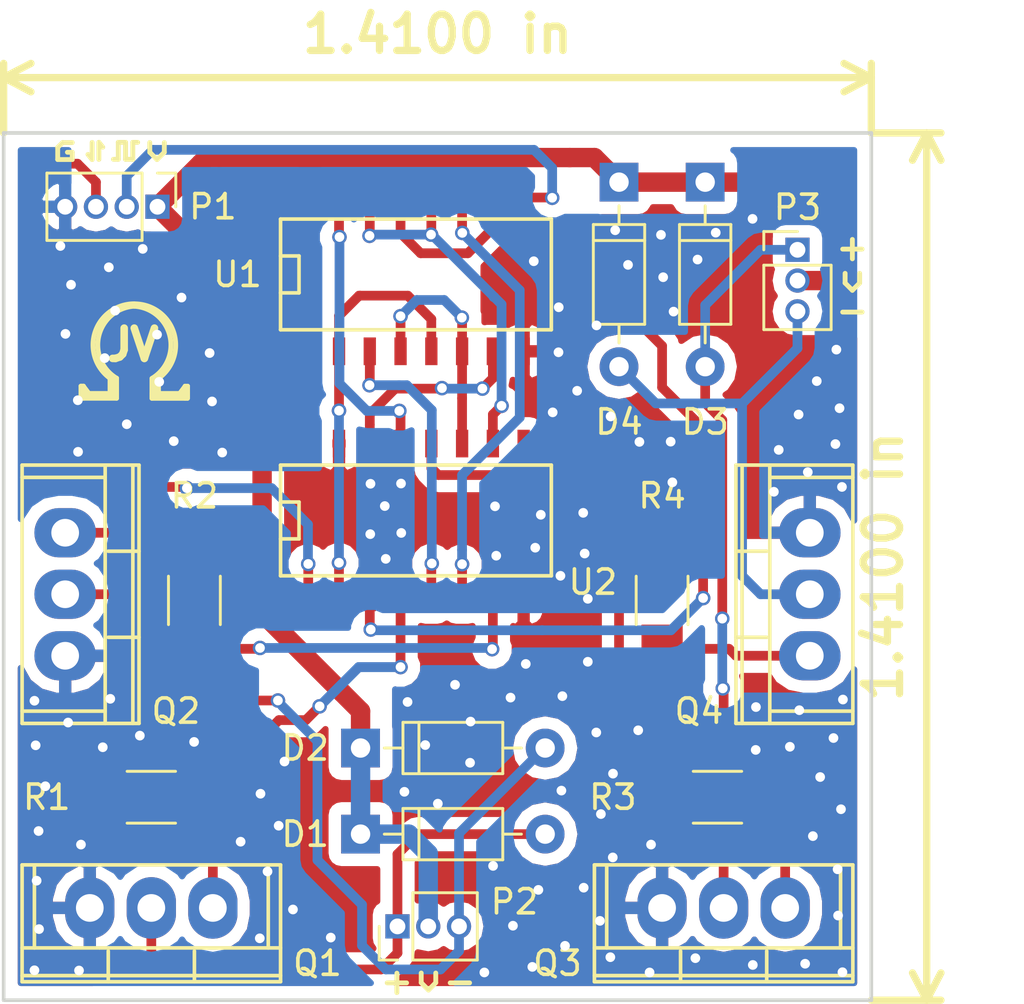
<source format=kicad_pcb>
(kicad_pcb (version 20171130) (host pcbnew "(5.1.12)-1")

  (general
    (thickness 1.6)
    (drawings 68)
    (tracks 407)
    (zones 0)
    (modules 17)
    (nets 25)
  )

  (page A4)
  (layers
    (0 F.Cu signal)
    (31 B.Cu signal)
    (32 B.Adhes user)
    (33 F.Adhes user)
    (34 B.Paste user)
    (35 F.Paste user)
    (36 B.SilkS user)
    (37 F.SilkS user)
    (38 B.Mask user)
    (39 F.Mask user)
    (40 Dwgs.User user)
    (41 Cmts.User user)
    (42 Eco1.User user)
    (43 Eco2.User user)
    (44 Edge.Cuts user)
    (45 Margin user)
    (46 B.CrtYd user)
    (47 F.CrtYd user)
    (48 B.Fab user)
    (49 F.Fab user hide)
  )

  (setup
    (last_trace_width 0.25)
    (trace_clearance 0.2)
    (zone_clearance 0.508)
    (zone_45_only yes)
    (trace_min 0.2)
    (via_size 0.6)
    (via_drill 0.4)
    (via_min_size 0.4)
    (via_min_drill 0.3)
    (uvia_size 0.3)
    (uvia_drill 0.1)
    (uvias_allowed no)
    (uvia_min_size 0.2)
    (uvia_min_drill 0.1)
    (edge_width 0.15)
    (segment_width 0.2)
    (pcb_text_width 0.3)
    (pcb_text_size 1.5 1.5)
    (mod_edge_width 0.15)
    (mod_text_size 1 1)
    (mod_text_width 0.15)
    (pad_size 1.524 1.524)
    (pad_drill 0.762)
    (pad_to_mask_clearance 0.2)
    (aux_axis_origin 0 0)
    (visible_elements 7FFEF7FF)
    (pcbplotparams
      (layerselection 0x010f0_80000001)
      (usegerberextensions false)
      (usegerberattributes true)
      (usegerberadvancedattributes true)
      (creategerberjobfile true)
      (excludeedgelayer false)
      (linewidth 0.100000)
      (plotframeref false)
      (viasonmask false)
      (mode 1)
      (useauxorigin false)
      (hpglpennumber 1)
      (hpglpenspeed 20)
      (hpglpendiameter 15.000000)
      (psnegative false)
      (psa4output false)
      (plotreference true)
      (plotvalue false)
      (plotinvisibletext false)
      (padsonsilk true)
      (subtractmaskfromsilk false)
      (outputformat 1)
      (mirror false)
      (drillshape 0)
      (scaleselection 1)
      (outputdirectory "Gerber files/"))
  )

  (net 0 "")
  (net 1 GND)
  (net 2 "Net-(Q1-Pad1)")
  (net 3 "Net-(Q2-Pad1)")
  (net 4 "Net-(Q3-Pad1)")
  (net 5 "Net-(Q4-Pad1)")
  (net 6 "Net-(R1-Pad2)")
  (net 7 "Net-(R2-Pad2)")
  (net 8 "Net-(R3-Pad2)")
  (net 9 "Net-(R4-Pad2)")
  (net 10 /B1+)
  (net 11 /B1-)
  (net 12 /A1+)
  (net 13 /A1-)
  (net 14 /CLK)
  (net 15 /A2-)
  (net 16 /A2+)
  (net 17 /B2-)
  (net 18 /B2+)
  (net 19 VCC)
  (net 20 /DIR)
  (net 21 /Coil1+)
  (net 22 /Coil1-)
  (net 23 /Coil2+)
  (net 24 /Coil2-)

  (net_class Default "This is the default net class."
    (clearance 0.2)
    (trace_width 0.25)
    (via_dia 0.6)
    (via_drill 0.4)
    (uvia_dia 0.3)
    (uvia_drill 0.1)
  )

  (net_class "high current wire" ""
    (clearance 0.2)
    (trace_width 0.8)
    (via_dia 0.6)
    (via_drill 0.4)
    (uvia_dia 0.3)
    (uvia_drill 0.1)
    (add_net GND)
    (add_net VCC)
  )

  (net_class "thicker wire" ""
    (clearance 0.2)
    (trace_width 0.4)
    (via_dia 0.6)
    (via_drill 0.4)
    (uvia_dia 0.3)
    (uvia_drill 0.1)
    (add_net /A1+)
    (add_net /A1-)
    (add_net /A2+)
    (add_net /A2-)
    (add_net /B1+)
    (add_net /B1-)
    (add_net /B2+)
    (add_net /B2-)
    (add_net /CLK)
    (add_net /Coil1+)
    (add_net /Coil1-)
    (add_net /Coil2+)
    (add_net /Coil2-)
    (add_net /DIR)
    (add_net "Net-(Q1-Pad1)")
    (add_net "Net-(Q2-Pad1)")
    (add_net "Net-(Q3-Pad1)")
    (add_net "Net-(Q4-Pad1)")
    (add_net "Net-(R1-Pad2)")
    (add_net "Net-(R2-Pad2)")
    (add_net "Net-(R3-Pad2)")
    (add_net "Net-(R4-Pad2)")
  )

  (module SMD_Packages:SO-16-N (layer F.Cu) (tedit 58B398FA) (tstamp 58ABF145)
    (at 230.886 123.444)
    (descr "Module CMS SOJ 16 pins large")
    (tags "CMS SOJ")
    (path /56F9A966)
    (attr smd)
    (fp_text reference U1 (at -7.366 0) (layer F.SilkS)
      (effects (font (size 1 1) (thickness 0.15)))
    )
    (fp_text value 74LS175 (at 0 1.27) (layer F.Fab)
      (effects (font (size 1 1) (thickness 0.15)))
    )
    (fp_line (start -5.588 -2.286) (end 5.588 -2.286) (layer F.SilkS) (width 0.15))
    (fp_line (start -5.588 2.286) (end -5.588 -2.286) (layer F.SilkS) (width 0.15))
    (fp_line (start 5.588 2.286) (end -5.588 2.286) (layer F.SilkS) (width 0.15))
    (fp_line (start 5.588 -2.286) (end 5.588 2.286) (layer F.SilkS) (width 0.15))
    (fp_line (start -4.826 0.762) (end -5.588 0.762) (layer F.SilkS) (width 0.15))
    (fp_line (start -4.826 -0.762) (end -4.826 0.762) (layer F.SilkS) (width 0.15))
    (fp_line (start -5.588 -0.762) (end -4.826 -0.762) (layer F.SilkS) (width 0.15))
    (pad 16 smd rect (at -4.445 -3.175) (size 0.508 1.143) (layers F.Cu F.Paste F.Mask)
      (net 19 VCC))
    (pad 14 smd rect (at -1.905 -3.175) (size 0.508 1.143) (layers F.Cu F.Paste F.Mask)
      (net 17 /B2-))
    (pad 13 smd rect (at -0.635 -3.175) (size 0.508 1.143) (layers F.Cu F.Paste F.Mask)
      (net 15 /A2-))
    (pad 12 smd rect (at 0.635 -3.175) (size 0.508 1.143) (layers F.Cu F.Paste F.Mask)
      (net 17 /B2-))
    (pad 11 smd rect (at 1.905 -3.175) (size 0.508 1.143) (layers F.Cu F.Paste F.Mask)
      (net 16 /A2+))
    (pad 10 smd rect (at 3.175 -3.175) (size 0.508 1.143) (layers F.Cu F.Paste F.Mask)
      (net 15 /A2-))
    (pad 9 smd rect (at 4.445 -3.175) (size 0.508 1.143) (layers F.Cu F.Paste F.Mask)
      (net 14 /CLK))
    (pad 8 smd rect (at 4.445 3.175) (size 0.508 1.143) (layers F.Cu F.Paste F.Mask)
      (net 1 GND))
    (pad 7 smd rect (at 3.175 3.175) (size 0.508 1.143) (layers F.Cu F.Paste F.Mask)
      (net 13 /A1-))
    (pad 6 smd rect (at 1.905 3.175) (size 0.508 1.143) (layers F.Cu F.Paste F.Mask)
      (net 12 /A1+))
    (pad 5 smd rect (at 0.635 3.175) (size 0.508 1.143) (layers F.Cu F.Paste F.Mask)
      (net 10 /B1+))
    (pad 4 smd rect (at -0.635 3.175) (size 0.508 1.143) (layers F.Cu F.Paste F.Mask)
      (net 12 /A1+))
    (pad 3 smd rect (at -1.905 3.175) (size 0.508 1.143) (layers F.Cu F.Paste F.Mask)
      (net 11 /B1-))
    (pad 2 smd rect (at -3.175 3.175) (size 0.508 1.143) (layers F.Cu F.Paste F.Mask)
      (net 10 /B1+))
    (pad 1 smd rect (at -4.445 3.175) (size 0.508 1.143) (layers F.Cu F.Paste F.Mask)
      (net 19 VCC))
    (pad 15 smd rect (at -3.175 -3.175) (size 0.508 1.143) (layers F.Cu F.Paste F.Mask)
      (net 18 /B2+))
    (model SMD_Packages.3dshapes/SO-16-N.wrl
      (at (xyz 0 0 0))
      (scale (xyz 0.5 0.4 0.5))
      (rotate (xyz 0 0 0))
    )
  )

  (module Diodes_ThroughHole:D_DO-35_SOD27_P7.62mm_Horizontal (layer F.Cu) (tedit 58B39A4B) (tstamp 58ABF076)
    (at 228.6 146.558)
    (descr "D, DO-35_SOD27 series, Axial, Horizontal, pin pitch=7.62mm, , length*diameter=4*2mm^2, , http://www.diodes.com/_files/packages/DO-35.pdf")
    (tags "D DO-35_SOD27 series Axial Horizontal pin pitch 7.62mm  length 4mm diameter 2mm")
    (path /56F9D31C)
    (fp_text reference D1 (at -2.286 0 180) (layer F.SilkS)
      (effects (font (size 1 1) (thickness 0.15)))
    )
    (fp_text value 1N4003 (at 3.81 2.06) (layer F.Fab)
      (effects (font (size 1 1) (thickness 0.15)))
    )
    (fp_line (start 8.7 -1.35) (end -1.05 -1.35) (layer F.CrtYd) (width 0.05))
    (fp_line (start 8.7 1.35) (end 8.7 -1.35) (layer F.CrtYd) (width 0.05))
    (fp_line (start -1.05 1.35) (end 8.7 1.35) (layer F.CrtYd) (width 0.05))
    (fp_line (start -1.05 -1.35) (end -1.05 1.35) (layer F.CrtYd) (width 0.05))
    (fp_line (start 2.41 -1.06) (end 2.41 1.06) (layer F.SilkS) (width 0.12))
    (fp_line (start 6.64 0) (end 5.87 0) (layer F.SilkS) (width 0.12))
    (fp_line (start 0.98 0) (end 1.75 0) (layer F.SilkS) (width 0.12))
    (fp_line (start 5.87 -1.06) (end 1.75 -1.06) (layer F.SilkS) (width 0.12))
    (fp_line (start 5.87 1.06) (end 5.87 -1.06) (layer F.SilkS) (width 0.12))
    (fp_line (start 1.75 1.06) (end 5.87 1.06) (layer F.SilkS) (width 0.12))
    (fp_line (start 1.75 -1.06) (end 1.75 1.06) (layer F.SilkS) (width 0.12))
    (fp_line (start 2.41 -1) (end 2.41 1) (layer F.Fab) (width 0.1))
    (fp_line (start 7.62 0) (end 5.81 0) (layer F.Fab) (width 0.1))
    (fp_line (start 0 0) (end 1.81 0) (layer F.Fab) (width 0.1))
    (fp_line (start 5.81 -1) (end 1.81 -1) (layer F.Fab) (width 0.1))
    (fp_line (start 5.81 1) (end 5.81 -1) (layer F.Fab) (width 0.1))
    (fp_line (start 1.81 1) (end 5.81 1) (layer F.Fab) (width 0.1))
    (fp_line (start 1.81 -1) (end 1.81 1) (layer F.Fab) (width 0.1))
    (pad 1 thru_hole rect (at 0 0) (size 1.6 1.6) (drill 0.8) (layers *.Cu *.Mask)
      (net 19 VCC))
    (pad 2 thru_hole oval (at 7.62 0) (size 1.6 1.6) (drill 0.8) (layers *.Cu *.Mask)
      (net 21 /Coil1+))
    (model Diodes_THT.3dshapes/D_DO-35_SOD27_P7.62mm_Horizontal.wrl
      (at (xyz 0 0 0))
      (scale (xyz 0.393701 0.393701 0.393701))
      (rotate (xyz 0 0 0))
    )
  )

  (module Diodes_ThroughHole:D_DO-35_SOD27_P7.62mm_Horizontal (layer F.Cu) (tedit 58B39A4A) (tstamp 58ABF08E)
    (at 228.6 143.002)
    (descr "D, DO-35_SOD27 series, Axial, Horizontal, pin pitch=7.62mm, , length*diameter=4*2mm^2, , http://www.diodes.com/_files/packages/DO-35.pdf")
    (tags "D DO-35_SOD27 series Axial Horizontal pin pitch 7.62mm  length 4mm diameter 2mm")
    (path /571F21B4)
    (fp_text reference D2 (at -2.286 0 180) (layer F.SilkS)
      (effects (font (size 1 1) (thickness 0.15)))
    )
    (fp_text value 1N4003 (at 3.81 2.06) (layer F.Fab)
      (effects (font (size 1 1) (thickness 0.15)))
    )
    (fp_line (start 8.7 -1.35) (end -1.05 -1.35) (layer F.CrtYd) (width 0.05))
    (fp_line (start 8.7 1.35) (end 8.7 -1.35) (layer F.CrtYd) (width 0.05))
    (fp_line (start -1.05 1.35) (end 8.7 1.35) (layer F.CrtYd) (width 0.05))
    (fp_line (start -1.05 -1.35) (end -1.05 1.35) (layer F.CrtYd) (width 0.05))
    (fp_line (start 2.41 -1.06) (end 2.41 1.06) (layer F.SilkS) (width 0.12))
    (fp_line (start 6.64 0) (end 5.87 0) (layer F.SilkS) (width 0.12))
    (fp_line (start 0.98 0) (end 1.75 0) (layer F.SilkS) (width 0.12))
    (fp_line (start 5.87 -1.06) (end 1.75 -1.06) (layer F.SilkS) (width 0.12))
    (fp_line (start 5.87 1.06) (end 5.87 -1.06) (layer F.SilkS) (width 0.12))
    (fp_line (start 1.75 1.06) (end 5.87 1.06) (layer F.SilkS) (width 0.12))
    (fp_line (start 1.75 -1.06) (end 1.75 1.06) (layer F.SilkS) (width 0.12))
    (fp_line (start 2.41 -1) (end 2.41 1) (layer F.Fab) (width 0.1))
    (fp_line (start 7.62 0) (end 5.81 0) (layer F.Fab) (width 0.1))
    (fp_line (start 0 0) (end 1.81 0) (layer F.Fab) (width 0.1))
    (fp_line (start 5.81 -1) (end 1.81 -1) (layer F.Fab) (width 0.1))
    (fp_line (start 5.81 1) (end 5.81 -1) (layer F.Fab) (width 0.1))
    (fp_line (start 1.81 1) (end 5.81 1) (layer F.Fab) (width 0.1))
    (fp_line (start 1.81 -1) (end 1.81 1) (layer F.Fab) (width 0.1))
    (pad 1 thru_hole rect (at 0 0) (size 1.6 1.6) (drill 0.8) (layers *.Cu *.Mask)
      (net 19 VCC))
    (pad 2 thru_hole oval (at 7.62 0) (size 1.6 1.6) (drill 0.8) (layers *.Cu *.Mask)
      (net 22 /Coil1-))
    (model Diodes_THT.3dshapes/D_DO-35_SOD27_P7.62mm_Horizontal.wrl
      (at (xyz 0 0 0))
      (scale (xyz 0.393701 0.393701 0.393701))
      (rotate (xyz 0 0 0))
    )
  )

  (module Diodes_ThroughHole:D_DO-35_SOD27_P7.62mm_Horizontal (layer F.Cu) (tedit 58AFCE58) (tstamp 58ABF0A6)
    (at 242.824 119.634 270)
    (descr "D, DO-35_SOD27 series, Axial, Horizontal, pin pitch=7.62mm, , length*diameter=4*2mm^2, , http://www.diodes.com/_files/packages/DO-35.pdf")
    (tags "D DO-35_SOD27 series Axial Horizontal pin pitch 7.62mm  length 4mm diameter 2mm")
    (path /571F23A9)
    (fp_text reference D3 (at 9.906 0) (layer F.SilkS)
      (effects (font (size 1 1) (thickness 0.15)))
    )
    (fp_text value 1N4003 (at 3.81 2.06 270) (layer F.Fab)
      (effects (font (size 1 1) (thickness 0.15)))
    )
    (fp_line (start 8.7 -1.35) (end -1.05 -1.35) (layer F.CrtYd) (width 0.05))
    (fp_line (start 8.7 1.35) (end 8.7 -1.35) (layer F.CrtYd) (width 0.05))
    (fp_line (start -1.05 1.35) (end 8.7 1.35) (layer F.CrtYd) (width 0.05))
    (fp_line (start -1.05 -1.35) (end -1.05 1.35) (layer F.CrtYd) (width 0.05))
    (fp_line (start 2.41 -1.06) (end 2.41 1.06) (layer F.SilkS) (width 0.12))
    (fp_line (start 6.64 0) (end 5.87 0) (layer F.SilkS) (width 0.12))
    (fp_line (start 0.98 0) (end 1.75 0) (layer F.SilkS) (width 0.12))
    (fp_line (start 5.87 -1.06) (end 1.75 -1.06) (layer F.SilkS) (width 0.12))
    (fp_line (start 5.87 1.06) (end 5.87 -1.06) (layer F.SilkS) (width 0.12))
    (fp_line (start 1.75 1.06) (end 5.87 1.06) (layer F.SilkS) (width 0.12))
    (fp_line (start 1.75 -1.06) (end 1.75 1.06) (layer F.SilkS) (width 0.12))
    (fp_line (start 2.41 -1) (end 2.41 1) (layer F.Fab) (width 0.1))
    (fp_line (start 7.62 0) (end 5.81 0) (layer F.Fab) (width 0.1))
    (fp_line (start 0 0) (end 1.81 0) (layer F.Fab) (width 0.1))
    (fp_line (start 5.81 -1) (end 1.81 -1) (layer F.Fab) (width 0.1))
    (fp_line (start 5.81 1) (end 5.81 -1) (layer F.Fab) (width 0.1))
    (fp_line (start 1.81 1) (end 5.81 1) (layer F.Fab) (width 0.1))
    (fp_line (start 1.81 -1) (end 1.81 1) (layer F.Fab) (width 0.1))
    (pad 1 thru_hole rect (at 0 0 270) (size 1.6 1.6) (drill 0.8) (layers *.Cu *.Mask)
      (net 19 VCC))
    (pad 2 thru_hole oval (at 7.62 0 270) (size 1.6 1.6) (drill 0.8) (layers *.Cu *.Mask)
      (net 23 /Coil2+))
    (model Diodes_THT.3dshapes/D_DO-35_SOD27_P7.62mm_Horizontal.wrl
      (at (xyz 0 0 0))
      (scale (xyz 0.393701 0.393701 0.393701))
      (rotate (xyz 0 0 0))
    )
  )

  (module Diodes_ThroughHole:D_DO-35_SOD27_P7.62mm_Horizontal (layer F.Cu) (tedit 58AFCE5B) (tstamp 58ABF0BE)
    (at 239.268 119.634 270)
    (descr "D, DO-35_SOD27 series, Axial, Horizontal, pin pitch=7.62mm, , length*diameter=4*2mm^2, , http://www.diodes.com/_files/packages/DO-35.pdf")
    (tags "D DO-35_SOD27 series Axial Horizontal pin pitch 7.62mm  length 4mm diameter 2mm")
    (path /571F23B1)
    (fp_text reference D4 (at 9.906 0) (layer F.SilkS)
      (effects (font (size 1 1) (thickness 0.15)))
    )
    (fp_text value 1N4003 (at 3.81 2.06 270) (layer F.Fab)
      (effects (font (size 1 1) (thickness 0.15)))
    )
    (fp_line (start 8.7 -1.35) (end -1.05 -1.35) (layer F.CrtYd) (width 0.05))
    (fp_line (start 8.7 1.35) (end 8.7 -1.35) (layer F.CrtYd) (width 0.05))
    (fp_line (start -1.05 1.35) (end 8.7 1.35) (layer F.CrtYd) (width 0.05))
    (fp_line (start -1.05 -1.35) (end -1.05 1.35) (layer F.CrtYd) (width 0.05))
    (fp_line (start 2.41 -1.06) (end 2.41 1.06) (layer F.SilkS) (width 0.12))
    (fp_line (start 6.64 0) (end 5.87 0) (layer F.SilkS) (width 0.12))
    (fp_line (start 0.98 0) (end 1.75 0) (layer F.SilkS) (width 0.12))
    (fp_line (start 5.87 -1.06) (end 1.75 -1.06) (layer F.SilkS) (width 0.12))
    (fp_line (start 5.87 1.06) (end 5.87 -1.06) (layer F.SilkS) (width 0.12))
    (fp_line (start 1.75 1.06) (end 5.87 1.06) (layer F.SilkS) (width 0.12))
    (fp_line (start 1.75 -1.06) (end 1.75 1.06) (layer F.SilkS) (width 0.12))
    (fp_line (start 2.41 -1) (end 2.41 1) (layer F.Fab) (width 0.1))
    (fp_line (start 7.62 0) (end 5.81 0) (layer F.Fab) (width 0.1))
    (fp_line (start 0 0) (end 1.81 0) (layer F.Fab) (width 0.1))
    (fp_line (start 5.81 -1) (end 1.81 -1) (layer F.Fab) (width 0.1))
    (fp_line (start 5.81 1) (end 5.81 -1) (layer F.Fab) (width 0.1))
    (fp_line (start 1.81 1) (end 5.81 1) (layer F.Fab) (width 0.1))
    (fp_line (start 1.81 -1) (end 1.81 1) (layer F.Fab) (width 0.1))
    (pad 1 thru_hole rect (at 0 0 270) (size 1.6 1.6) (drill 0.8) (layers *.Cu *.Mask)
      (net 19 VCC))
    (pad 2 thru_hole oval (at 7.62 0 270) (size 1.6 1.6) (drill 0.8) (layers *.Cu *.Mask)
      (net 24 /Coil2-))
    (model Diodes_THT.3dshapes/D_DO-35_SOD27_P7.62mm_Horizontal.wrl
      (at (xyz 0 0 0))
      (scale (xyz 0.393701 0.393701 0.393701))
      (rotate (xyz 0 0 0))
    )
  )

  (module Power_Integrations:TO-220 (layer F.Cu) (tedit 58AFCE31) (tstamp 58ABF0DF)
    (at 219.964 149.606 180)
    (descr "Non Isolated JEDEC TO-220 Package")
    (tags "Power Integration YN Package")
    (path /57217636)
    (fp_text reference Q1 (at -6.858 -2.286 180) (layer F.SilkS)
      (effects (font (size 1 1) (thickness 0.15)))
    )
    (fp_text value TIP120 (at 0 -4.318 180) (layer F.Fab)
      (effects (font (size 1 1) (thickness 0.15)))
    )
    (fp_line (start 5.334 -3.048) (end -5.334 -3.048) (layer F.SilkS) (width 0.15))
    (fp_line (start 5.334 -3.048) (end 5.334 1.778) (layer F.SilkS) (width 0.15))
    (fp_line (start -5.334 -3.048) (end -5.334 1.778) (layer F.SilkS) (width 0.15))
    (fp_line (start 5.334 1.778) (end -5.334 1.778) (layer F.SilkS) (width 0.15))
    (fp_line (start -5.334 -1.651) (end 5.334 -1.651) (layer F.SilkS) (width 0.15))
    (fp_line (start -1.778 -1.778) (end -1.778 -3.048) (layer F.SilkS) (width 0.15))
    (fp_line (start 1.778 -1.778) (end 1.778 -3.048) (layer F.SilkS) (width 0.15))
    (fp_line (start 5.334 -2.794) (end -5.334 -2.794) (layer F.SilkS) (width 0.15))
    (fp_line (start -4.826 -1.651) (end -4.826 1.778) (layer F.SilkS) (width 0.15))
    (fp_line (start 4.826 -1.651) (end 4.826 1.778) (layer F.SilkS) (width 0.15))
    (pad 2 thru_hole oval (at 0 0 180) (size 2.032 2.54) (drill 1.143) (layers *.Cu *.Mask)
      (net 21 /Coil1+))
    (pad 3 thru_hole oval (at 2.54 0 180) (size 2.032 2.54) (drill 1.143) (layers *.Cu *.Mask)
      (net 1 GND))
    (pad 1 thru_hole oval (at -2.54 0 180) (size 2.032 2.54) (drill 1.143) (layers *.Cu *.Mask)
      (net 2 "Net-(Q1-Pad1)"))
  )

  (module Power_Integrations:TO-220 (layer F.Cu) (tedit 58B39A61) (tstamp 58ABF0F0)
    (at 216.408 136.652 270)
    (descr "Non Isolated JEDEC TO-220 Package")
    (tags "Power Integration YN Package")
    (path /57217280)
    (fp_text reference Q2 (at 4.826 -4.572) (layer F.SilkS)
      (effects (font (size 1 1) (thickness 0.15)))
    )
    (fp_text value TIP120 (at 0 -4.318 270) (layer F.Fab)
      (effects (font (size 1 1) (thickness 0.15)))
    )
    (fp_line (start 5.334 -3.048) (end -5.334 -3.048) (layer F.SilkS) (width 0.15))
    (fp_line (start 5.334 -3.048) (end 5.334 1.778) (layer F.SilkS) (width 0.15))
    (fp_line (start -5.334 -3.048) (end -5.334 1.778) (layer F.SilkS) (width 0.15))
    (fp_line (start 5.334 1.778) (end -5.334 1.778) (layer F.SilkS) (width 0.15))
    (fp_line (start -5.334 -1.651) (end 5.334 -1.651) (layer F.SilkS) (width 0.15))
    (fp_line (start -1.778 -1.778) (end -1.778 -3.048) (layer F.SilkS) (width 0.15))
    (fp_line (start 1.778 -1.778) (end 1.778 -3.048) (layer F.SilkS) (width 0.15))
    (fp_line (start 5.334 -2.794) (end -5.334 -2.794) (layer F.SilkS) (width 0.15))
    (fp_line (start -4.826 -1.651) (end -4.826 1.778) (layer F.SilkS) (width 0.15))
    (fp_line (start 4.826 -1.651) (end 4.826 1.778) (layer F.SilkS) (width 0.15))
    (pad 2 thru_hole oval (at 0 0 270) (size 2.032 2.54) (drill 1.143) (layers *.Cu *.Mask)
      (net 22 /Coil1-))
    (pad 3 thru_hole oval (at 2.54 0 270) (size 2.032 2.54) (drill 1.143) (layers *.Cu *.Mask)
      (net 1 GND))
    (pad 1 thru_hole oval (at -2.54 0 270) (size 2.032 2.54) (drill 1.143) (layers *.Cu *.Mask)
      (net 3 "Net-(Q2-Pad1)"))
  )

  (module Power_Integrations:TO-220 (layer F.Cu) (tedit 58B39A52) (tstamp 58ABF101)
    (at 243.586 149.606 180)
    (descr "Non Isolated JEDEC TO-220 Package")
    (tags "Power Integration YN Package")
    (path /57217303)
    (fp_text reference Q3 (at 6.858 -2.286) (layer F.SilkS)
      (effects (font (size 1 1) (thickness 0.15)))
    )
    (fp_text value TIP120 (at 0 -4.318 180) (layer F.Fab)
      (effects (font (size 1 1) (thickness 0.15)))
    )
    (fp_line (start 5.334 -3.048) (end -5.334 -3.048) (layer F.SilkS) (width 0.15))
    (fp_line (start 5.334 -3.048) (end 5.334 1.778) (layer F.SilkS) (width 0.15))
    (fp_line (start -5.334 -3.048) (end -5.334 1.778) (layer F.SilkS) (width 0.15))
    (fp_line (start 5.334 1.778) (end -5.334 1.778) (layer F.SilkS) (width 0.15))
    (fp_line (start -5.334 -1.651) (end 5.334 -1.651) (layer F.SilkS) (width 0.15))
    (fp_line (start -1.778 -1.778) (end -1.778 -3.048) (layer F.SilkS) (width 0.15))
    (fp_line (start 1.778 -1.778) (end 1.778 -3.048) (layer F.SilkS) (width 0.15))
    (fp_line (start 5.334 -2.794) (end -5.334 -2.794) (layer F.SilkS) (width 0.15))
    (fp_line (start -4.826 -1.651) (end -4.826 1.778) (layer F.SilkS) (width 0.15))
    (fp_line (start 4.826 -1.651) (end 4.826 1.778) (layer F.SilkS) (width 0.15))
    (pad 2 thru_hole oval (at 0 0 180) (size 2.032 2.54) (drill 1.143) (layers *.Cu *.Mask)
      (net 23 /Coil2+))
    (pad 3 thru_hole oval (at 2.54 0 180) (size 2.032 2.54) (drill 1.143) (layers *.Cu *.Mask)
      (net 1 GND))
    (pad 1 thru_hole oval (at -2.54 0 180) (size 2.032 2.54) (drill 1.143) (layers *.Cu *.Mask)
      (net 4 "Net-(Q3-Pad1)"))
  )

  (module Power_Integrations:TO-220 (layer F.Cu) (tedit 58AFCE48) (tstamp 58ABF112)
    (at 247.142 136.652 90)
    (descr "Non Isolated JEDEC TO-220 Package")
    (tags "Power Integration YN Package")
    (path /572173B5)
    (fp_text reference Q4 (at -4.826 -4.572 180) (layer F.SilkS)
      (effects (font (size 1 1) (thickness 0.15)))
    )
    (fp_text value TIP120 (at 0 -4.318 90) (layer F.Fab)
      (effects (font (size 1 1) (thickness 0.15)))
    )
    (fp_line (start 5.334 -3.048) (end -5.334 -3.048) (layer F.SilkS) (width 0.15))
    (fp_line (start 5.334 -3.048) (end 5.334 1.778) (layer F.SilkS) (width 0.15))
    (fp_line (start -5.334 -3.048) (end -5.334 1.778) (layer F.SilkS) (width 0.15))
    (fp_line (start 5.334 1.778) (end -5.334 1.778) (layer F.SilkS) (width 0.15))
    (fp_line (start -5.334 -1.651) (end 5.334 -1.651) (layer F.SilkS) (width 0.15))
    (fp_line (start -1.778 -1.778) (end -1.778 -3.048) (layer F.SilkS) (width 0.15))
    (fp_line (start 1.778 -1.778) (end 1.778 -3.048) (layer F.SilkS) (width 0.15))
    (fp_line (start 5.334 -2.794) (end -5.334 -2.794) (layer F.SilkS) (width 0.15))
    (fp_line (start -4.826 -1.651) (end -4.826 1.778) (layer F.SilkS) (width 0.15))
    (fp_line (start 4.826 -1.651) (end 4.826 1.778) (layer F.SilkS) (width 0.15))
    (pad 2 thru_hole oval (at 0 0 90) (size 2.032 2.54) (drill 1.143) (layers *.Cu *.Mask)
      (net 24 /Coil2-))
    (pad 3 thru_hole oval (at 2.54 0 90) (size 2.032 2.54) (drill 1.143) (layers *.Cu *.Mask)
      (net 1 GND))
    (pad 1 thru_hole oval (at -2.54 0 90) (size 2.032 2.54) (drill 1.143) (layers *.Cu *.Mask)
      (net 5 "Net-(Q4-Pad1)"))
  )

  (module Resistors_SMD:R_1206_HandSoldering (layer F.Cu) (tedit 58B39907) (tstamp 58ABF118)
    (at 219.964 145.034)
    (descr "Resistor SMD 1206, hand soldering")
    (tags "resistor 1206")
    (path /571EEB1C)
    (attr smd)
    (fp_text reference R1 (at -4.318 0 180) (layer F.SilkS)
      (effects (font (size 1 1) (thickness 0.15)))
    )
    (fp_text value 180 (at 0 1.9) (layer F.Fab)
      (effects (font (size 1 1) (thickness 0.15)))
    )
    (fp_line (start 3.25 1.1) (end -3.25 1.1) (layer F.CrtYd) (width 0.05))
    (fp_line (start 3.25 1.1) (end 3.25 -1.11) (layer F.CrtYd) (width 0.05))
    (fp_line (start -3.25 -1.11) (end -3.25 1.1) (layer F.CrtYd) (width 0.05))
    (fp_line (start -3.25 -1.11) (end 3.25 -1.11) (layer F.CrtYd) (width 0.05))
    (fp_line (start -1 -1.07) (end 1 -1.07) (layer F.SilkS) (width 0.12))
    (fp_line (start 1 1.07) (end -1 1.07) (layer F.SilkS) (width 0.12))
    (fp_line (start -1.6 -0.8) (end 1.6 -0.8) (layer F.Fab) (width 0.1))
    (fp_line (start 1.6 -0.8) (end 1.6 0.8) (layer F.Fab) (width 0.1))
    (fp_line (start 1.6 0.8) (end -1.6 0.8) (layer F.Fab) (width 0.1))
    (fp_line (start -1.6 0.8) (end -1.6 -0.8) (layer F.Fab) (width 0.1))
    (fp_text user %R (at 0 -1.85) (layer F.Fab)
      (effects (font (size 1 1) (thickness 0.15)))
    )
    (pad 1 smd rect (at -2 0) (size 2 1.7) (layers F.Cu F.Paste F.Mask)
      (net 2 "Net-(Q1-Pad1)"))
    (pad 2 smd rect (at 2 0) (size 2 1.7) (layers F.Cu F.Paste F.Mask)
      (net 6 "Net-(R1-Pad2)"))
    (model Resistors_SMD.3dshapes/R_1206.wrl
      (at (xyz 0 0 0))
      (scale (xyz 1 1 1))
      (rotate (xyz 0 0 0))
    )
  )

  (module Resistors_SMD:R_1206_HandSoldering (layer F.Cu) (tedit 58B39A5C) (tstamp 58ABF11E)
    (at 221.742 136.906 270)
    (descr "Resistor SMD 1206, hand soldering")
    (tags "resistor 1206")
    (path /571EECCE)
    (attr smd)
    (fp_text reference R2 (at -4.318 0) (layer F.SilkS)
      (effects (font (size 1 1) (thickness 0.15)))
    )
    (fp_text value 180 (at 0 1.9 270) (layer F.Fab)
      (effects (font (size 1 1) (thickness 0.15)))
    )
    (fp_line (start 3.25 1.1) (end -3.25 1.1) (layer F.CrtYd) (width 0.05))
    (fp_line (start 3.25 1.1) (end 3.25 -1.11) (layer F.CrtYd) (width 0.05))
    (fp_line (start -3.25 -1.11) (end -3.25 1.1) (layer F.CrtYd) (width 0.05))
    (fp_line (start -3.25 -1.11) (end 3.25 -1.11) (layer F.CrtYd) (width 0.05))
    (fp_line (start -1 -1.07) (end 1 -1.07) (layer F.SilkS) (width 0.12))
    (fp_line (start 1 1.07) (end -1 1.07) (layer F.SilkS) (width 0.12))
    (fp_line (start -1.6 -0.8) (end 1.6 -0.8) (layer F.Fab) (width 0.1))
    (fp_line (start 1.6 -0.8) (end 1.6 0.8) (layer F.Fab) (width 0.1))
    (fp_line (start 1.6 0.8) (end -1.6 0.8) (layer F.Fab) (width 0.1))
    (fp_line (start -1.6 0.8) (end -1.6 -0.8) (layer F.Fab) (width 0.1))
    (fp_text user %R (at 0 -1.85 270) (layer F.Fab)
      (effects (font (size 1 1) (thickness 0.15)))
    )
    (pad 1 smd rect (at -2 0 270) (size 2 1.7) (layers F.Cu F.Paste F.Mask)
      (net 3 "Net-(Q2-Pad1)"))
    (pad 2 smd rect (at 2 0 270) (size 2 1.7) (layers F.Cu F.Paste F.Mask)
      (net 7 "Net-(R2-Pad2)"))
    (model Resistors_SMD.3dshapes/R_1206.wrl
      (at (xyz 0 0 0))
      (scale (xyz 1 1 1))
      (rotate (xyz 0 0 0))
    )
  )

  (module Resistors_SMD:R_1206_HandSoldering (layer F.Cu) (tedit 58B39A47) (tstamp 58ABF124)
    (at 243.332 145.034 180)
    (descr "Resistor SMD 1206, hand soldering")
    (tags "resistor 1206")
    (path /571EED22)
    (attr smd)
    (fp_text reference R3 (at 4.318 0) (layer F.SilkS)
      (effects (font (size 1 1) (thickness 0.15)))
    )
    (fp_text value 180 (at 0 1.9 180) (layer F.Fab)
      (effects (font (size 1 1) (thickness 0.15)))
    )
    (fp_line (start 3.25 1.1) (end -3.25 1.1) (layer F.CrtYd) (width 0.05))
    (fp_line (start 3.25 1.1) (end 3.25 -1.11) (layer F.CrtYd) (width 0.05))
    (fp_line (start -3.25 -1.11) (end -3.25 1.1) (layer F.CrtYd) (width 0.05))
    (fp_line (start -3.25 -1.11) (end 3.25 -1.11) (layer F.CrtYd) (width 0.05))
    (fp_line (start -1 -1.07) (end 1 -1.07) (layer F.SilkS) (width 0.12))
    (fp_line (start 1 1.07) (end -1 1.07) (layer F.SilkS) (width 0.12))
    (fp_line (start -1.6 -0.8) (end 1.6 -0.8) (layer F.Fab) (width 0.1))
    (fp_line (start 1.6 -0.8) (end 1.6 0.8) (layer F.Fab) (width 0.1))
    (fp_line (start 1.6 0.8) (end -1.6 0.8) (layer F.Fab) (width 0.1))
    (fp_line (start -1.6 0.8) (end -1.6 -0.8) (layer F.Fab) (width 0.1))
    (fp_text user %R (at 0 -1.85 180) (layer F.Fab)
      (effects (font (size 1 1) (thickness 0.15)))
    )
    (pad 1 smd rect (at -2 0 180) (size 2 1.7) (layers F.Cu F.Paste F.Mask)
      (net 4 "Net-(Q3-Pad1)"))
    (pad 2 smd rect (at 2 0 180) (size 2 1.7) (layers F.Cu F.Paste F.Mask)
      (net 8 "Net-(R3-Pad2)"))
    (model Resistors_SMD.3dshapes/R_1206.wrl
      (at (xyz 0 0 0))
      (scale (xyz 1 1 1))
      (rotate (xyz 0 0 0))
    )
  )

  (module Resistors_SMD:R_1206_HandSoldering (layer F.Cu) (tedit 58AFCE4C) (tstamp 58ABF12A)
    (at 241.046 136.906 90)
    (descr "Resistor SMD 1206, hand soldering")
    (tags "resistor 1206")
    (path /571EED28)
    (attr smd)
    (fp_text reference R4 (at 4.318 0 180) (layer F.SilkS)
      (effects (font (size 1 1) (thickness 0.15)))
    )
    (fp_text value 180 (at 0 1.9 90) (layer F.Fab)
      (effects (font (size 1 1) (thickness 0.15)))
    )
    (fp_line (start 3.25 1.1) (end -3.25 1.1) (layer F.CrtYd) (width 0.05))
    (fp_line (start 3.25 1.1) (end 3.25 -1.11) (layer F.CrtYd) (width 0.05))
    (fp_line (start -3.25 -1.11) (end -3.25 1.1) (layer F.CrtYd) (width 0.05))
    (fp_line (start -3.25 -1.11) (end 3.25 -1.11) (layer F.CrtYd) (width 0.05))
    (fp_line (start -1 -1.07) (end 1 -1.07) (layer F.SilkS) (width 0.12))
    (fp_line (start 1 1.07) (end -1 1.07) (layer F.SilkS) (width 0.12))
    (fp_line (start -1.6 -0.8) (end 1.6 -0.8) (layer F.Fab) (width 0.1))
    (fp_line (start 1.6 -0.8) (end 1.6 0.8) (layer F.Fab) (width 0.1))
    (fp_line (start 1.6 0.8) (end -1.6 0.8) (layer F.Fab) (width 0.1))
    (fp_line (start -1.6 0.8) (end -1.6 -0.8) (layer F.Fab) (width 0.1))
    (fp_text user %R (at 0 -1.85 90) (layer F.Fab)
      (effects (font (size 1 1) (thickness 0.15)))
    )
    (pad 1 smd rect (at -2 0 90) (size 2 1.7) (layers F.Cu F.Paste F.Mask)
      (net 5 "Net-(Q4-Pad1)"))
    (pad 2 smd rect (at 2 0 90) (size 2 1.7) (layers F.Cu F.Paste F.Mask)
      (net 9 "Net-(R4-Pad2)"))
    (model Resistors_SMD.3dshapes/R_1206.wrl
      (at (xyz 0 0 0))
      (scale (xyz 1 1 1))
      (rotate (xyz 0 0 0))
    )
  )

  (module SMD_Packages:SO-16-N (layer F.Cu) (tedit 58AFCED9) (tstamp 58ABF160)
    (at 230.886 133.604)
    (descr "Module CMS SOJ 16 pins large")
    (tags "CMS SOJ")
    (path /571E5331)
    (attr smd)
    (fp_text reference U2 (at 7.304 2.546) (layer F.SilkS)
      (effects (font (size 1 1) (thickness 0.15)))
    )
    (fp_text value 74LS157 (at 0 1.27) (layer F.Fab)
      (effects (font (size 1 1) (thickness 0.15)))
    )
    (fp_line (start -5.588 -2.286) (end 5.588 -2.286) (layer F.SilkS) (width 0.15))
    (fp_line (start -5.588 2.286) (end -5.588 -2.286) (layer F.SilkS) (width 0.15))
    (fp_line (start 5.588 2.286) (end -5.588 2.286) (layer F.SilkS) (width 0.15))
    (fp_line (start 5.588 -2.286) (end 5.588 2.286) (layer F.SilkS) (width 0.15))
    (fp_line (start -4.826 0.762) (end -5.588 0.762) (layer F.SilkS) (width 0.15))
    (fp_line (start -4.826 -0.762) (end -4.826 0.762) (layer F.SilkS) (width 0.15))
    (fp_line (start -5.588 -0.762) (end -4.826 -0.762) (layer F.SilkS) (width 0.15))
    (pad 16 smd rect (at -4.445 -3.175) (size 0.508 1.143) (layers F.Cu F.Paste F.Mask)
      (net 19 VCC))
    (pad 14 smd rect (at -1.905 -3.175) (size 0.508 1.143) (layers F.Cu F.Paste F.Mask)
      (net 13 /A1-))
    (pad 13 smd rect (at -0.635 -3.175) (size 0.508 1.143) (layers F.Cu F.Paste F.Mask)
      (net 18 /B2+))
    (pad 12 smd rect (at 0.635 -3.175) (size 0.508 1.143) (layers F.Cu F.Paste F.Mask)
      (net 8 "Net-(R3-Pad2)"))
    (pad 11 smd rect (at 1.905 -3.175) (size 0.508 1.143) (layers F.Cu F.Paste F.Mask)
      (net 12 /A1+))
    (pad 10 smd rect (at 3.175 -3.175) (size 0.508 1.143) (layers F.Cu F.Paste F.Mask)
      (net 17 /B2-))
    (pad 9 smd rect (at 4.445 -3.175) (size 0.508 1.143) (layers F.Cu F.Paste F.Mask)
      (net 9 "Net-(R4-Pad2)"))
    (pad 8 smd rect (at 4.445 3.175) (size 0.508 1.143) (layers F.Cu F.Paste F.Mask)
      (net 1 GND))
    (pad 7 smd rect (at 3.175 3.175) (size 0.508 1.143) (layers F.Cu F.Paste F.Mask)
      (net 7 "Net-(R2-Pad2)"))
    (pad 6 smd rect (at 1.905 3.175) (size 0.508 1.143) (layers F.Cu F.Paste F.Mask)
      (net 16 /A2+))
    (pad 5 smd rect (at 0.635 3.175) (size 0.508 1.143) (layers F.Cu F.Paste F.Mask)
      (net 11 /B1-))
    (pad 4 smd rect (at -0.635 3.175) (size 0.508 1.143) (layers F.Cu F.Paste F.Mask)
      (net 6 "Net-(R1-Pad2)"))
    (pad 3 smd rect (at -1.905 3.175) (size 0.508 1.143) (layers F.Cu F.Paste F.Mask)
      (net 15 /A2-))
    (pad 2 smd rect (at -3.175 3.175) (size 0.508 1.143) (layers F.Cu F.Paste F.Mask)
      (net 10 /B1+))
    (pad 1 smd rect (at -4.445 3.175) (size 0.508 1.143) (layers F.Cu F.Paste F.Mask)
      (net 20 /DIR))
    (pad 15 smd rect (at -3.175 -3.175) (size 0.508 1.143) (layers F.Cu F.Paste F.Mask)
      (net 1 GND))
    (model SMD_Packages.3dshapes/SO-16-N.wrl
      (at (xyz 0 0 0))
      (scale (xyz 0.5 0.4 0.5))
      (rotate (xyz 0 0 0))
    )
  )

  (module Pin_Headers:Pin_Header_Straight_1x04_Pitch1.27mm (layer F.Cu) (tedit 58B3BA89) (tstamp 58B0F335)
    (at 220.218 120.65 270)
    (descr "Through hole straight pin header, 1x04, 1.27mm pitch, single row")
    (tags "Through hole pin header THT 1x04 1.27mm single row")
    (path /58AC3CBE)
    (fp_text reference P1 (at 0 -2.286) (layer F.SilkS)
      (effects (font (size 1 1) (thickness 0.15)))
    )
    (fp_text value CONN_01X04 (at 0 5.565 270) (layer F.Fab)
      (effects (font (size 1 1) (thickness 0.15)))
    )
    (fp_line (start 1.6 -0.9) (end -1.6 -0.9) (layer F.CrtYd) (width 0.05))
    (fp_line (start 1.6 4.7) (end 1.6 -0.9) (layer F.CrtYd) (width 0.05))
    (fp_line (start -1.6 4.7) (end 1.6 4.7) (layer F.CrtYd) (width 0.05))
    (fp_line (start -1.6 -0.9) (end -1.6 4.7) (layer F.CrtYd) (width 0.05))
    (fp_line (start -1.39 -0.755) (end 0 -0.755) (layer F.SilkS) (width 0.12))
    (fp_line (start -1.39 0) (end -1.39 -0.755) (layer F.SilkS) (width 0.12))
    (fp_line (start 1.39 0.635) (end -1.39 0.635) (layer F.SilkS) (width 0.12))
    (fp_line (start 1.39 4.565) (end 1.39 0.635) (layer F.SilkS) (width 0.12))
    (fp_line (start -1.39 4.565) (end 1.39 4.565) (layer F.SilkS) (width 0.12))
    (fp_line (start -1.39 0.635) (end -1.39 4.565) (layer F.SilkS) (width 0.12))
    (fp_line (start 1.27 -0.635) (end -1.27 -0.635) (layer F.Fab) (width 0.1))
    (fp_line (start 1.27 4.445) (end 1.27 -0.635) (layer F.Fab) (width 0.1))
    (fp_line (start -1.27 4.445) (end 1.27 4.445) (layer F.Fab) (width 0.1))
    (fp_line (start -1.27 -0.635) (end -1.27 4.445) (layer F.Fab) (width 0.1))
    (pad 1 thru_hole rect (at 0 0 270) (size 1 1) (drill 0.65) (layers *.Cu *.Mask)
      (net 19 VCC))
    (pad 2 thru_hole oval (at 0 1.27 270) (size 1 1) (drill 0.65) (layers *.Cu *.Mask)
      (net 14 /CLK))
    (pad 3 thru_hole oval (at 0 2.54 270) (size 1 1) (drill 0.65) (layers *.Cu *.Mask)
      (net 20 /DIR))
    (pad 4 thru_hole oval (at 0 3.81 270) (size 1 1) (drill 0.65) (layers *.Cu *.Mask)
      (net 1 GND))
    (model Pin_Headers.3dshapes/Pin_Header_Straight_1x04_Pitch1.27mm.wrl
      (at (xyz 0 0 0))
      (scale (xyz 1 1 1))
      (rotate (xyz 0 0 0))
    )
  )

  (module Pin_Headers:Pin_Header_Straight_1x03_Pitch1.27mm (layer F.Cu) (tedit 5862ED59) (tstamp 58B3969E)
    (at 246.634 122.428)
    (descr "Through hole straight pin header, 1x03, 1.27mm pitch, single row")
    (tags "Through hole pin header THT 1x03 1.27mm single row")
    (path /58B39702)
    (fp_text reference P3 (at 0 -1.755) (layer F.SilkS)
      (effects (font (size 1 1) (thickness 0.15)))
    )
    (fp_text value CONN_01X03 (at 0 4.295) (layer F.Fab)
      (effects (font (size 1 1) (thickness 0.15)))
    )
    (fp_line (start 1.6 -0.9) (end -1.6 -0.9) (layer F.CrtYd) (width 0.05))
    (fp_line (start 1.6 3.5) (end 1.6 -0.9) (layer F.CrtYd) (width 0.05))
    (fp_line (start -1.6 3.5) (end 1.6 3.5) (layer F.CrtYd) (width 0.05))
    (fp_line (start -1.6 -0.9) (end -1.6 3.5) (layer F.CrtYd) (width 0.05))
    (fp_line (start -1.39 -0.755) (end 0 -0.755) (layer F.SilkS) (width 0.12))
    (fp_line (start -1.39 0) (end -1.39 -0.755) (layer F.SilkS) (width 0.12))
    (fp_line (start 1.39 0.635) (end -1.39 0.635) (layer F.SilkS) (width 0.12))
    (fp_line (start 1.39 3.295) (end 1.39 0.635) (layer F.SilkS) (width 0.12))
    (fp_line (start -1.39 3.295) (end 1.39 3.295) (layer F.SilkS) (width 0.12))
    (fp_line (start -1.39 0.635) (end -1.39 3.295) (layer F.SilkS) (width 0.12))
    (fp_line (start 1.27 -0.635) (end -1.27 -0.635) (layer F.Fab) (width 0.1))
    (fp_line (start 1.27 3.175) (end 1.27 -0.635) (layer F.Fab) (width 0.1))
    (fp_line (start -1.27 3.175) (end 1.27 3.175) (layer F.Fab) (width 0.1))
    (fp_line (start -1.27 -0.635) (end -1.27 3.175) (layer F.Fab) (width 0.1))
    (pad 1 thru_hole rect (at 0 0) (size 1 1) (drill 0.65) (layers *.Cu *.Mask)
      (net 23 /Coil2+))
    (pad 2 thru_hole oval (at 0 1.27) (size 1 1) (drill 0.65) (layers *.Cu *.Mask)
      (net 19 VCC))
    (pad 3 thru_hole oval (at 0 2.54) (size 1 1) (drill 0.65) (layers *.Cu *.Mask)
      (net 24 /Coil2-))
    (model Pin_Headers.3dshapes/Pin_Header_Straight_1x03_Pitch1.27mm.wrl
      (at (xyz 0 0 0))
      (scale (xyz 1 1 1))
      (rotate (xyz 0 0 0))
    )
  )

  (module Pin_Headers:Pin_Header_Straight_1x03_Pitch1.27mm (layer F.Cu) (tedit 58B39A55) (tstamp 58B0F33F)
    (at 230.124 150.368 90)
    (descr "Through hole straight pin header, 1x03, 1.27mm pitch, single row")
    (tags "Through hole pin header THT 1x03 1.27mm single row")
    (path /58B396A2)
    (fp_text reference P2 (at 1.016 4.826 180) (layer F.SilkS)
      (effects (font (size 1 1) (thickness 0.15)))
    )
    (fp_text value CONN_01X03 (at 0 4.295 90) (layer F.Fab)
      (effects (font (size 1 1) (thickness 0.15)))
    )
    (fp_line (start 1.6 -0.9) (end -1.6 -0.9) (layer F.CrtYd) (width 0.05))
    (fp_line (start 1.6 3.5) (end 1.6 -0.9) (layer F.CrtYd) (width 0.05))
    (fp_line (start -1.6 3.5) (end 1.6 3.5) (layer F.CrtYd) (width 0.05))
    (fp_line (start -1.6 -0.9) (end -1.6 3.5) (layer F.CrtYd) (width 0.05))
    (fp_line (start -1.39 -0.755) (end 0 -0.755) (layer F.SilkS) (width 0.12))
    (fp_line (start -1.39 0) (end -1.39 -0.755) (layer F.SilkS) (width 0.12))
    (fp_line (start 1.39 0.635) (end -1.39 0.635) (layer F.SilkS) (width 0.12))
    (fp_line (start 1.39 3.295) (end 1.39 0.635) (layer F.SilkS) (width 0.12))
    (fp_line (start -1.39 3.295) (end 1.39 3.295) (layer F.SilkS) (width 0.12))
    (fp_line (start -1.39 0.635) (end -1.39 3.295) (layer F.SilkS) (width 0.12))
    (fp_line (start 1.27 -0.635) (end -1.27 -0.635) (layer F.Fab) (width 0.1))
    (fp_line (start 1.27 3.175) (end 1.27 -0.635) (layer F.Fab) (width 0.1))
    (fp_line (start -1.27 3.175) (end 1.27 3.175) (layer F.Fab) (width 0.1))
    (fp_line (start -1.27 -0.635) (end -1.27 3.175) (layer F.Fab) (width 0.1))
    (pad 1 thru_hole rect (at 0 0 90) (size 1 1) (drill 0.65) (layers *.Cu *.Mask)
      (net 21 /Coil1+))
    (pad 2 thru_hole oval (at 0 1.27 90) (size 1 1) (drill 0.65) (layers *.Cu *.Mask)
      (net 19 VCC))
    (pad 3 thru_hole oval (at 0 2.54 90) (size 1 1) (drill 0.65) (layers *.Cu *.Mask)
      (net 22 /Coil1-))
    (model Pin_Headers.3dshapes/Pin_Header_Straight_1x03_Pitch1.27mm.wrl
      (at (xyz 0 0 0))
      (scale (xyz 1 1 1))
      (rotate (xyz 0 0 0))
    )
  )

  (gr_line (start 219.2 117.99) (end 219.4 117.99) (layer F.SilkS) (width 0.2))
  (gr_line (start 219.2 118.69) (end 219.2 117.99) (layer F.SilkS) (width 0.2))
  (gr_line (start 218.9 118.69) (end 219.2 118.69) (layer F.SilkS) (width 0.2))
  (gr_line (start 218.9 117.99) (end 218.9 118.69) (layer F.SilkS) (width 0.2))
  (gr_line (start 218.6 117.99) (end 218.9 117.99) (layer F.SilkS) (width 0.2))
  (gr_line (start 218.6 118.69) (end 218.6 117.99) (layer F.SilkS) (width 0.2))
  (gr_line (start 218.4 118.69) (end 218.6 118.69) (layer F.SilkS) (width 0.2))
  (gr_line (start 216.7 118.4) (end 216.5 118.4) (layer F.SilkS) (width 0.2))
  (gr_line (start 216.7 118.7) (end 216.7 118.4) (layer F.SilkS) (width 0.2))
  (gr_line (start 216.1 118.7) (end 216.7 118.7) (layer F.SilkS) (width 0.2))
  (gr_line (start 216.1 118.2) (end 216.1 118.7) (layer F.SilkS) (width 0.2))
  (gr_line (start 216.3 118) (end 216.1 118.2) (layer F.SilkS) (width 0.2))
  (gr_line (start 216.7 118) (end 216.3 118) (layer F.SilkS) (width 0.2))
  (gr_line (start 217.35 118.49) (end 217.52 118.7) (layer F.SilkS) (width 0.2))
  (gr_line (start 217.52 118.695154) (end 217.52 117.995154) (layer F.SilkS) (width 0.2))
  (gr_line (start 217.8 117.99) (end 217.96 118.19) (layer F.SilkS) (width 0.2))
  (gr_line (start 217.8 118.695154) (end 217.8 117.995154) (layer F.SilkS) (width 0.2))
  (gr_line (start 219.9 118.4) (end 219.9 118) (layer F.SilkS) (width 0.2) (tstamp 58E06B7A))
  (gr_line (start 220.5 118) (end 220.5 118.4) (layer F.SilkS) (width 0.2) (tstamp 58E06B79))
  (gr_line (start 220.5 118.4) (end 220.2 118.7) (layer F.SilkS) (width 0.2) (tstamp 58E06B78))
  (gr_line (start 220.2 118.7) (end 219.9 118.4) (layer F.SilkS) (width 0.2) (tstamp 58E06B77))
  (gr_line (start 219.99 128.36) (end 221.45 128.36) (layer F.SilkS) (width 0.2) (tstamp 58E06AAD))
  (gr_line (start 218.529902 128.36) (end 217.069902 128.36) (layer F.SilkS) (width 0.2) (tstamp 58E06AA2))
  (gr_line (start 218.26 127.78) (end 218.26 128.46) (layer F.SilkS) (width 0.2) (tstamp 58E06A93))
  (gr_line (start 220.26 128.54) (end 220.26 127.8) (layer F.SilkS) (width 0.2) (tstamp 58E06A7C))
  (gr_line (start 221.06 128.46) (end 221.36 128.06) (layer F.SilkS) (width 0.2))
  (gr_line (start 217.46 128.46) (end 217.16 128.06) (layer F.SilkS) (width 0.2))
  (gr_line (start 217.159902 128.057546) (end 217.059902 128.057546) (layer F.SilkS) (width 0.2) (tstamp 58E06961))
  (gr_line (start 218.529902 128.457546) (end 218.529902 128.557546) (layer F.SilkS) (width 0.2) (tstamp 58E06960))
  (gr_line (start 218.529902 128.557546) (end 217.069902 128.557546) (layer F.SilkS) (width 0.2) (tstamp 58E0695F))
  (gr_line (start 218.529902 128.457546) (end 217.069902 128.457546) (layer F.SilkS) (width 0.2) (tstamp 58E0695E))
  (gr_line (start 217.059902 128.557546) (end 217.059902 128.057546) (layer F.SilkS) (width 0.2) (tstamp 58E0695D))
  (gr_line (start 217.159902 128.557546) (end 217.159902 128.057546) (layer F.SilkS) (width 0.2) (tstamp 58E0695C))
  (gr_line (start 221.36 128.56) (end 221.36 128.06) (layer F.SilkS) (width 0.2) (tstamp 58E06940))
  (gr_line (start 221.36 128.06) (end 221.46 128.06) (layer F.SilkS) (width 0.2) (tstamp 58E06933))
  (gr_line (start 219.99 128.56) (end 221.45 128.56) (layer F.SilkS) (width 0.2) (tstamp 58E068EE))
  (gr_line (start 221.46 128.56) (end 221.46 128.06) (layer F.SilkS) (width 0.2))
  (gr_line (start 219.99 128.46) (end 221.45 128.46) (layer F.SilkS) (width 0.2))
  (gr_line (start 218.53 128.44) (end 218.53 127.73) (layer F.SilkS) (width 0.2) (tstamp 58E068B0))
  (gr_line (start 218.43 127.75) (end 218.43 128.43) (layer F.SilkS) (width 0.2) (tstamp 58E068AF))
  (gr_line (start 220.09 128.46) (end 220.09 127.72) (layer F.SilkS) (width 0.2) (tstamp 58E06825))
  (gr_line (start 219.99 128.46) (end 219.99 128.56) (layer F.SilkS) (width 0.2) (tstamp 58E06824))
  (gr_line (start 219.99 127.74) (end 219.99 128.46) (layer F.SilkS) (width 0.2) (tstamp 58E06823))
  (gr_arc (start 219.257258 126.357076) (end 219.257258 124.657076) (angle -149) (layer F.SilkS) (width 0.2) (tstamp 58E06754))
  (gr_arc (start 219.357258 126.357076) (end 219.257258 124.757076) (angle -145.4) (layer F.SilkS) (width 0.2) (tstamp 58E06753))
  (gr_arc (start 219.27 126.36) (end 219.27 124.66) (angle 149.0362435) (layer F.SilkS) (width 0.2) (tstamp 58E0668A))
  (gr_arc (start 219.17 126.36) (end 219.27 124.76) (angle 145.4599275) (layer F.SilkS) (width 0.2))
  (gr_text "JV\n" (at 219.2 126.35) (layer F.SilkS)
    (effects (font (size 1.25 1.25) (thickness 0.3125)))
  )
  (gr_line (start 233.1 152.7) (end 232.3 152.7) (angle 90) (layer F.SilkS) (width 0.2) (tstamp 58E062E4))
  (gr_line (start 231.703811 152.293389) (end 231.703811 152.693389) (layer F.SilkS) (width 0.2) (tstamp 58E062E3))
  (gr_line (start 231.403811 152.993389) (end 231.103811 152.693389) (layer F.SilkS) (width 0.2) (tstamp 58E062E2))
  (gr_line (start 230.5 152.7) (end 229.7 152.7) (angle 90) (layer F.SilkS) (width 0.2) (tstamp 58E062E1))
  (gr_line (start 230.1 153.1) (end 230.1 152.3) (angle 90) (layer F.SilkS) (width 0.2) (tstamp 58E062E0))
  (gr_line (start 231.703811 152.693389) (end 231.403811 152.993389) (layer F.SilkS) (width 0.2) (tstamp 58E062DF))
  (gr_line (start 231.103811 152.693389) (end 231.103811 152.293389) (layer F.SilkS) (width 0.2) (tstamp 58E062DE))
  (gr_line (start 248.6 123.8) (end 248.6 123.4) (layer F.SilkS) (width 0.2))
  (gr_line (start 248.9 124.1) (end 248.6 123.8) (layer F.SilkS) (width 0.2))
  (gr_line (start 249.2 123.8) (end 248.9 124.1) (layer F.SilkS) (width 0.2))
  (gr_line (start 249.2 123.4) (end 249.2 123.8) (layer F.SilkS) (width 0.2))
  (gr_line (start 248.9 122.8) (end 248.9 122) (angle 90) (layer F.SilkS) (width 0.2) (tstamp 58E06239))
  (gr_line (start 248.5 125) (end 249.3 125) (angle 90) (layer F.SilkS) (width 0.2))
  (gr_line (start 248.5 122.4) (end 249.3 122.4) (angle 90) (layer F.SilkS) (width 0.2))
  (dimension 35.814 (width 0.3) (layer F.SilkS)
    (gr_text "35.814 mm" (at 253.318 135.509 270) (layer F.SilkS)
      (effects (font (size 1.5 1.5) (thickness 0.3)))
    )
    (feature1 (pts (xy 249.682 153.416) (xy 254.668 153.416)))
    (feature2 (pts (xy 249.682 117.602) (xy 254.668 117.602)))
    (crossbar (pts (xy 251.968 117.602) (xy 251.968 153.416)))
    (arrow1a (pts (xy 251.968 153.416) (xy 251.381579 152.289496)))
    (arrow1b (pts (xy 251.968 153.416) (xy 252.554421 152.289496)))
    (arrow2a (pts (xy 251.968 117.602) (xy 251.381579 118.728504)))
    (arrow2b (pts (xy 251.968 117.602) (xy 252.554421 118.728504)))
  )
  (gr_line (start 213.868 117.602) (end 213.868 153.416) (angle 90) (layer Edge.Cuts) (width 0.15) (tstamp 58AE5F3C))
  (gr_line (start 249.682 117.602) (end 249.682 153.416) (angle 90) (layer Edge.Cuts) (width 0.15))
  (dimension 35.814 (width 0.3) (layer F.SilkS)
    (gr_text "35.814 mm" (at 231.775 113.966) (layer F.SilkS)
      (effects (font (size 1.5 1.5) (thickness 0.3)))
    )
    (feature1 (pts (xy 213.868 117.602) (xy 213.868 112.616)))
    (feature2 (pts (xy 249.682 117.602) (xy 249.682 112.616)))
    (crossbar (pts (xy 249.682 115.316) (xy 213.868 115.316)))
    (arrow1a (pts (xy 213.868 115.316) (xy 214.994504 114.729579)))
    (arrow1b (pts (xy 213.868 115.316) (xy 214.994504 115.902421)))
    (arrow2a (pts (xy 249.682 115.316) (xy 248.555496 114.729579)))
    (arrow2b (pts (xy 249.682 115.316) (xy 248.555496 115.902421)))
  )
  (gr_line (start 249.682 153.416) (end 213.868 153.416) (angle 90) (layer Edge.Cuts) (width 0.15) (tstamp 58AE5EDA))
  (gr_line (start 249.682 117.602) (end 213.868 117.602) (angle 90) (layer Edge.Cuts) (width 0.15))

  (via (at 238.92 129.31) (size 0.6) (drill 0.4) (layers F.Cu B.Cu) (net 1))
  (via (at 237.54 128.25) (size 0.6) (drill 0.4) (layers F.Cu B.Cu) (net 1))
  (via (at 235.75 122.9) (size 0.6) (drill 0.4) (layers F.Cu B.Cu) (net 1))
  (via (at 238.34 125.55) (size 0.6) (drill 0.4) (layers F.Cu B.Cu) (net 1))
  (via (at 241.52 124.98) (size 0.6) (drill 0.4) (layers F.Cu B.Cu) (net 1))
  (via (at 236.78 124.8) (size 0.6) (drill 0.4) (layers F.Cu B.Cu) (net 1))
  (via (at 236.77 126.66) (size 0.6) (drill 0.4) (layers F.Cu B.Cu) (net 1))
  (via (at 240.11 130.36) (size 0.6) (drill 0.4) (layers F.Cu B.Cu) (net 1))
  (via (at 241.47 132.03) (size 0.6) (drill 0.4) (layers F.Cu B.Cu) (net 1))
  (via (at 241.4 130.35) (size 0.6) (drill 0.4) (layers F.Cu B.Cu) (net 1))
  (via (at 236.53 129.14) (size 0.6) (drill 0.4) (layers F.Cu B.Cu) (net 1))
  (via (at 248.47 132.22) (size 0.6) (drill 0.4) (layers F.Cu B.Cu) (net 1))
  (via (at 248.24 126.55) (size 0.6) (drill 0.4) (layers F.Cu B.Cu) (net 1))
  (via (at 242.51 122.83) (size 0.6) (drill 0.4) (layers F.Cu B.Cu) (net 1))
  (via (at 243.26 121.72) (size 0.6) (drill 0.4) (layers F.Cu B.Cu) (net 1))
  (via (at 244.78 121.15) (size 0.6) (drill 0.4) (layers F.Cu B.Cu) (net 1))
  (via (at 241 121.81) (size 0.6) (drill 0.4) (layers F.Cu B.Cu) (net 1))
  (via (at 241.09 123.56) (size 0.6) (drill 0.4) (layers F.Cu B.Cu) (net 1))
  (via (at 239.64 123.05) (size 0.6) (drill 0.4) (layers F.Cu B.Cu) (net 1))
  (via (at 239.11 121.62) (size 0.6) (drill 0.4) (layers F.Cu B.Cu) (net 1))
  (via (at 246.68 129.23) (size 0.6) (drill 0.4) (layers F.Cu B.Cu) (net 1))
  (via (at 248.2 130.45) (size 0.6) (drill 0.4) (layers F.Cu B.Cu) (net 1))
  (via (at 245.86 130.69) (size 0.6) (drill 0.4) (layers F.Cu B.Cu) (net 1))
  (via (at 247.06 131.61) (size 0.6) (drill 0.4) (layers F.Cu B.Cu) (net 1))
  (via (at 245.66 132.42) (size 0.6) (drill 0.4) (layers F.Cu B.Cu) (net 1))
  (via (at 248.37 128.97) (size 0.6) (drill 0.4) (layers F.Cu B.Cu) (net 1))
  (via (at 247.43 127.85) (size 0.6) (drill 0.4) (layers F.Cu B.Cu) (net 1))
  (via (at 237.98 136.84) (size 0.6) (drill 0.4) (layers F.Cu B.Cu) (net 1))
  (via (at 237.79 133.29) (size 0.6) (drill 0.4) (layers F.Cu B.Cu) (net 1))
  (via (at 234.2 135.06) (size 0.6) (drill 0.4) (layers F.Cu B.Cu) (net 1))
  (via (at 234.15 133.02) (size 0.6) (drill 0.4) (layers F.Cu B.Cu) (net 1))
  (via (at 229.6 133.01) (size 0.6) (drill 0.4) (layers F.Cu B.Cu) (net 1))
  (via (at 230.28 134.12) (size 0.6) (drill 0.4) (layers F.Cu B.Cu) (net 1))
  (via (at 229 134.17) (size 0.6) (drill 0.4) (layers F.Cu B.Cu) (net 1))
  (via (at 229.64 135.19) (size 0.6) (drill 0.4) (layers F.Cu B.Cu) (net 1))
  (via (at 230.27 132.08) (size 0.6) (drill 0.4) (layers F.Cu B.Cu) (net 1))
  (via (at 229.01 132.09) (size 0.6) (drill 0.4) (layers F.Cu B.Cu) (net 1))
  (via (at 248.51 141) (size 0.6) (drill 0.4) (layers F.Cu B.Cu) (net 1))
  (via (at 244.91 143.08) (size 0.6) (drill 0.4) (layers F.Cu B.Cu) (net 1))
  (via (at 244.92 141.31) (size 0.6) (drill 0.4) (layers F.Cu B.Cu) (net 1))
  (via (at 235.81 134.73) (size 0.6) (drill 0.4) (layers F.Cu B.Cu) (net 1))
  (via (at 236.04 133.37) (size 0.6) (drill 0.4) (layers F.Cu B.Cu) (net 1))
  (via (at 237.85 134.97) (size 0.6) (drill 0.4) (layers F.Cu B.Cu) (net 1))
  (via (at 236.85 135.89) (size 0.6) (drill 0.4) (layers F.Cu B.Cu) (net 1))
  (via (at 248.49 152.26) (size 0.6) (drill 0.4) (layers F.Cu B.Cu) (net 1))
  (via (at 248.31 149.92) (size 0.6) (drill 0.4) (layers F.Cu B.Cu) (net 1))
  (via (at 248.29 148.01) (size 0.6) (drill 0.4) (layers F.Cu B.Cu) (net 1))
  (via (at 247.27 146.64) (size 0.6) (drill 0.4) (layers F.Cu B.Cu) (net 1))
  (via (at 248.43 145.53) (size 0.6) (drill 0.4) (layers F.Cu B.Cu) (net 1))
  (via (at 247.57 144.2) (size 0.6) (drill 0.4) (layers F.Cu B.Cu) (net 1))
  (via (at 248.12 142.59) (size 0.6) (drill 0.4) (layers F.Cu B.Cu) (net 1))
  (via (at 246.32 142.95) (size 0.6) (drill 0.4) (layers F.Cu B.Cu) (net 1))
  (via (at 246.71 141.44) (size 0.6) (drill 0.4) (layers F.Cu B.Cu) (net 1))
  (via (at 237.81 148.77) (size 0.6) (drill 0.4) (layers F.Cu B.Cu) (net 1))
  (via (at 238.52 145.73) (size 0.6) (drill 0.4) (layers F.Cu B.Cu) (net 1))
  (via (at 239.01 147.52) (size 0.6) (drill 0.4) (layers F.Cu B.Cu) (net 1))
  (via (at 240.59 146.99) (size 0.6) (drill 0.4) (layers F.Cu B.Cu) (net 1))
  (via (at 235.94 148.86) (size 0.6) (drill 0.4) (layers F.Cu B.Cu) (net 1))
  (via (at 234.89 150.34) (size 0.6) (drill 0.4) (layers F.Cu B.Cu) (net 1))
  (via (at 238.91 151.64) (size 0.6) (drill 0.4) (layers F.Cu B.Cu) (net 1))
  (via (at 235.69 152.04) (size 0.6) (drill 0.4) (layers F.Cu B.Cu) (net 1))
  (via (at 237.04 151.17) (size 0.6) (drill 0.4) (layers F.Cu B.Cu) (net 1))
  (via (at 234.07 147.87) (size 0.6) (drill 0.4) (layers F.Cu B.Cu) (net 1))
  (via (at 233.71 152.27) (size 0.6) (drill 0.4) (layers F.Cu B.Cu) (net 1))
  (via (at 240.53 152.27) (size 0.6) (drill 0.4) (layers F.Cu B.Cu) (net 1))
  (via (at 242.42 151.68) (size 0.6) (drill 0.4) (layers F.Cu B.Cu) (net 1))
  (via (at 244.79 151.96) (size 0.6) (drill 0.4) (layers F.Cu B.Cu) (net 1))
  (via (at 246.95 151.91) (size 0.6) (drill 0.4) (layers F.Cu B.Cu) (net 1))
  (via (at 224.47 144.89) (size 0.6) (drill 0.4) (layers F.Cu B.Cu) (net 1))
  (via (at 224.44 150.86) (size 0.6) (drill 0.4) (layers F.Cu B.Cu) (net 1))
  (via (at 227.37 150.83) (size 0.6) (drill 0.4) (layers F.Cu B.Cu) (net 1))
  (via (at 223.65 146.87) (size 0.6) (drill 0.4) (layers F.Cu B.Cu) (net 1))
  (via (at 225.46 143.56) (size 0.6) (drill 0.4) (layers F.Cu B.Cu) (net 1))
  (via (at 234.79 140.92) (size 0.6) (drill 0.4) (layers F.Cu B.Cu) (net 1))
  (via (at 233.14 141.91) (size 0.6) (drill 0.4) (layers F.Cu B.Cu) (net 1))
  (via (at 232.5 140.39) (size 0.6) (drill 0.4) (layers F.Cu B.Cu) (net 1))
  (via (at 233.12 143.61) (size 0.6) (drill 0.4) (layers F.Cu B.Cu) (net 1))
  (via (at 231.27 142.88) (size 0.6) (drill 0.4) (layers F.Cu B.Cu) (net 1))
  (via (at 230.54 141.1) (size 0.6) (drill 0.4) (layers F.Cu B.Cu) (net 1))
  (via (at 230.41 144.81) (size 0.6) (drill 0.4) (layers F.Cu B.Cu) (net 1))
  (via (at 231.79 145.3) (size 0.6) (drill 0.4) (layers F.Cu B.Cu) (net 1))
  (via (at 236.93 140.86) (size 0.6) (drill 0.4) (layers F.Cu B.Cu) (net 1))
  (via (at 235.42 139.53) (size 0.6) (drill 0.4) (layers F.Cu B.Cu) (net 1))
  (via (at 237.98 139.44) (size 0.6) (drill 0.4) (layers F.Cu B.Cu) (net 1))
  (via (at 238.33 142.36) (size 0.6) (drill 0.4) (layers F.Cu B.Cu) (net 1))
  (via (at 239.02 144.06) (size 0.6) (drill 0.4) (layers F.Cu B.Cu) (net 1))
  (via (at 240.06 142.27) (size 0.6) (drill 0.4) (layers F.Cu B.Cu) (net 1))
  (via (at 236.89 144.76) (size 0.6) (drill 0.4) (layers F.Cu B.Cu) (net 1))
  (via (at 238.48 150.14) (size 0.6) (drill 0.4) (layers F.Cu B.Cu) (net 1))
  (via (at 224.76 148.1) (size 0.6) (drill 0.4) (layers F.Cu B.Cu) (net 1))
  (via (at 225.22 146.21) (size 0.6) (drill 0.4) (layers F.Cu B.Cu) (net 1))
  (via (at 218.21 123.15) (size 0.6) (drill 0.4) (layers F.Cu B.Cu) (net 1))
  (via (at 218.47 124.94) (size 0.6) (drill 0.4) (layers F.Cu B.Cu) (net 1))
  (via (at 219.61 122.39) (size 0.6) (drill 0.4) (layers F.Cu B.Cu) (net 1))
  (via (at 216.65 123.87) (size 0.6) (drill 0.4) (layers F.Cu B.Cu) (net 1))
  (via (at 216.21 122.27) (size 0.6) (drill 0.4) (layers F.Cu B.Cu) (net 1))
  (via (at 221.21 124.4) (size 0.6) (drill 0.4) (layers F.Cu B.Cu) (net 1))
  (via (at 220.2 125.93) (size 0.6) (drill 0.4) (layers F.Cu B.Cu) (net 1))
  (via (at 216.42 125.9) (size 0.6) (drill 0.4) (layers F.Cu B.Cu) (net 1))
  (via (at 218.04 126.9) (size 0.6) (drill 0.4) (layers F.Cu B.Cu) (net 1))
  (via (at 216.93 128.64) (size 0.6) (drill 0.4) (layers F.Cu B.Cu) (net 1))
  (via (at 222.37 126.69) (size 0.6) (drill 0.4) (layers F.Cu B.Cu) (net 1))
  (via (at 220.29 127.88) (size 0.6) (drill 0.4) (layers F.Cu B.Cu) (net 1))
  (via (at 222.47 128.69) (size 0.6) (drill 0.4) (layers F.Cu B.Cu) (net 1))
  (via (at 220.89 130.33) (size 0.6) (drill 0.4) (layers F.Cu B.Cu) (net 1))
  (via (at 218.95 129.63) (size 0.6) (drill 0.4) (layers F.Cu B.Cu) (net 1))
  (via (at 216.94 130.77) (size 0.6) (drill 0.4) (layers F.Cu B.Cu) (net 1))
  (via (at 222.89 130.8) (size 0.6) (drill 0.4) (layers F.Cu B.Cu) (net 1))
  (via (at 215.59 144.58) (size 0.6) (drill 0.4) (layers F.Cu B.Cu) (net 1))
  (via (at 215.19 142.89) (size 0.6) (drill 0.4) (layers F.Cu B.Cu) (net 1))
  (via (at 216.53 141.95) (size 0.6) (drill 0.4) (layers F.Cu B.Cu) (net 1))
  (via (at 217.96 142.97) (size 0.6) (drill 0.4) (layers F.Cu B.Cu) (net 1))
  (via (at 219.49 142.49) (size 0.6) (drill 0.4) (layers F.Cu B.Cu) (net 1))
  (via (at 218.27 140.97) (size 0.6) (drill 0.4) (layers F.Cu B.Cu) (net 1))
  (via (at 215.14 141.05) (size 0.6) (drill 0.4) (layers F.Cu B.Cu) (net 1))
  (via (at 221.73 142.75) (size 0.6) (drill 0.4) (layers F.Cu B.Cu) (net 1))
  (via (at 215.31 146.43) (size 0.6) (drill 0.4) (layers F.Cu B.Cu) (net 1))
  (via (at 217.06 146.99) (size 0.6) (drill 0.4) (layers F.Cu B.Cu) (net 1))
  (via (at 215.23 148.48) (size 0.6) (drill 0.4) (layers F.Cu B.Cu) (net 1))
  (via (at 215.33 150.48) (size 0.6) (drill 0.4) (layers F.Cu B.Cu) (net 1))
  (via (at 215.14 152.18) (size 0.6) (drill 0.4) (layers F.Cu B.Cu) (net 1))
  (via (at 216.98 152.19) (size 0.6) (drill 0.4) (layers F.Cu B.Cu) (net 1))
  (via (at 225.81 149.67) (size 0.6) (drill 0.4) (layers F.Cu B.Cu) (net 1))
  (segment (start 217.964 145.034) (end 218.064 145.034) (width 0.4) (layer F.Cu) (net 2))
  (segment (start 218.064 145.034) (end 219.88 146.85) (width 0.4) (layer F.Cu) (net 2) (tstamp 58B0FC0F))
  (segment (start 219.88 146.85) (end 221.78 146.85) (width 0.4) (layer F.Cu) (net 2) (tstamp 58B0FC12))
  (segment (start 221.78 146.85) (end 222.504 147.574) (width 0.4) (layer F.Cu) (net 2) (tstamp 58B0FC16))
  (segment (start 222.504 147.574) (end 222.504 149.606) (width 0.4) (layer F.Cu) (net 2) (tstamp 58B0FC17))
  (segment (start 221.742 134.906) (end 219.566 134.906) (width 0.4) (layer F.Cu) (net 3))
  (segment (start 218.772 134.112) (end 216.408 134.112) (width 0.4) (layer F.Cu) (net 3) (tstamp 58B39B87))
  (segment (start 219.566 134.906) (end 218.772 134.112) (width 0.4) (layer F.Cu) (net 3) (tstamp 58B39B85))
  (segment (start 245.332 145.034) (end 245.332 146.612) (width 0.4) (layer F.Cu) (net 4))
  (segment (start 246.126 147.406) (end 246.126 149.606) (width 0.4) (layer F.Cu) (net 4) (tstamp 58DC6B5F))
  (segment (start 245.332 146.612) (end 246.126 147.406) (width 0.4) (layer F.Cu) (net 4) (tstamp 58DC6B5B))
  (segment (start 241.046 138.906) (end 243.808 138.906) (width 0.4) (layer F.Cu) (net 5))
  (segment (start 244.094 139.192) (end 247.142 139.192) (width 0.4) (layer F.Cu) (net 5) (tstamp 58B0FB08))
  (segment (start 243.808 138.906) (end 244.094 139.192) (width 0.4) (layer F.Cu) (net 5) (tstamp 58B0FB05))
  (segment (start 221.964 145.034) (end 222.046 145.034) (width 0.4) (layer F.Cu) (net 6))
  (segment (start 222.046 145.034) (end 225.23 141.85) (width 0.4) (layer F.Cu) (net 6) (tstamp 58DC6A76))
  (segment (start 228.53 139.66) (end 230.25 139.66) (width 0.4) (layer B.Cu) (net 6) (tstamp 58DC6A91))
  (segment (start 226.91 141.28) (end 228.53 139.66) (width 0.4) (layer B.Cu) (net 6) (tstamp 58DC6A90))
  (via (at 226.91 141.28) (size 0.6) (drill 0.4) (layers F.Cu B.Cu) (net 6))
  (segment (start 226.34 141.85) (end 226.91 141.28) (width 0.4) (layer F.Cu) (net 6) (tstamp 58DC6A8A))
  (segment (start 225.23 141.85) (end 226.34 141.85) (width 0.4) (layer F.Cu) (net 6) (tstamp 58DC6A7C))
  (segment (start 230.251 136.779) (end 230.251 139.659) (width 0.4) (layer F.Cu) (net 6))
  (segment (start 230.251 139.659) (end 230.25 139.66) (width 0.4) (layer F.Cu) (net 6) (tstamp 58DC673B))
  (segment (start 230.25 139.66) (end 230.251 139.659) (width 0.4) (layer F.Cu) (net 6) (tstamp 58DC6734))
  (via (at 230.25 139.66) (size 0.6) (drill 0.4) (layers F.Cu B.Cu) (net 6))
  (segment (start 228.52 139.66) (end 230.25 139.66) (width 0.4) (layer B.Cu) (net 6) (tstamp 58DC672B))
  (segment (start 226.86 141.32) (end 228.52 139.66) (width 0.4) (layer B.Cu) (net 6) (tstamp 58DC672A))
  (segment (start 222.226 145.034) (end 221.964 145.034) (width 0.4) (layer F.Cu) (net 6) (tstamp 58B39B5C))
  (segment (start 221.964 145.034) (end 222.006 145.034) (width 0.4) (layer F.Cu) (net 6))
  (segment (start 224.45 138.87) (end 233.98 138.87) (width 0.4) (layer B.Cu) (net 7))
  (segment (start 234.061 136.779) (end 234.061 138.889) (width 0.4) (layer F.Cu) (net 7) (tstamp 58DB1146))
  (segment (start 234.03 138.92) (end 234.061 138.889) (width 0.4) (layer F.Cu) (net 7) (tstamp 58DB1145))
  (via (at 234.03 138.92) (size 0.6) (drill 0.4) (layers F.Cu B.Cu) (net 7))
  (via (at 224.45 138.87) (size 0.6) (drill 0.4) (layers F.Cu B.Cu) (net 7))
  (segment (start 224.414 138.906) (end 224.45 138.87) (width 0.4) (layer F.Cu) (net 7) (tstamp 58B39B76))
  (segment (start 224.414 138.906) (end 221.742 138.906) (width 0.4) (layer F.Cu) (net 7))
  (segment (start 233.98 138.87) (end 234.03 138.92) (width 0.4) (layer B.Cu) (net 7) (tstamp 58DC66F6))
  (segment (start 239.268 140.26) (end 239.27 140.26) (width 0.4) (layer F.Cu) (net 8))
  (segment (start 241.332 141.462) (end 241.332 145.034) (width 0.4) (layer F.Cu) (net 8) (tstamp 58DC6B75))
  (segment (start 240.78 140.91) (end 241.332 141.462) (width 0.4) (layer F.Cu) (net 8) (tstamp 58DC6B74))
  (segment (start 239.92 140.91) (end 240.78 140.91) (width 0.4) (layer F.Cu) (net 8) (tstamp 58DC6B71))
  (segment (start 239.27 140.26) (end 239.92 140.91) (width 0.4) (layer F.Cu) (net 8) (tstamp 58DC6B70))
  (segment (start 239.268 135.62) (end 239.268 140.26) (width 0.4) (layer F.Cu) (net 8))
  (segment (start 239.268 140.26) (end 239.268 140.268) (width 0.4) (layer F.Cu) (net 8) (tstamp 58DC6B6E))
  (segment (start 231.521 130.429) (end 231.521 131.441) (width 0.4) (layer F.Cu) (net 8))
  (segment (start 239.268 132.848) (end 239.268 134.348) (width 0.4) (layer F.Cu) (net 8) (tstamp 58DB17BC))
  (segment (start 238.15 131.73) (end 239.268 132.848) (width 0.4) (layer F.Cu) (net 8) (tstamp 58DB17BA))
  (segment (start 231.81 131.73) (end 238.15 131.73) (width 0.4) (layer F.Cu) (net 8) (tstamp 58DB17B6))
  (segment (start 231.521 131.441) (end 231.81 131.73) (width 0.4) (layer F.Cu) (net 8) (tstamp 58DB17B4))
  (segment (start 239.268 134.348) (end 239.268 135.62) (width 0.4) (layer F.Cu) (net 8) (tstamp 58DB11B6))
  (segment (start 239.268 135.62) (end 239.268 135.636) (width 0.4) (layer F.Cu) (net 8) (tstamp 58DC669A))
  (segment (start 241.332 145.034) (end 241.046 145.034) (width 0.4) (layer F.Cu) (net 8))
  (segment (start 241.046 134.906) (end 241.046 133.436) (width 0.4) (layer F.Cu) (net 9))
  (segment (start 238.039 130.429) (end 235.331 130.429) (width 0.4) (layer F.Cu) (net 9) (tstamp 58DC665E))
  (segment (start 241.046 133.436) (end 238.039 130.429) (width 0.4) (layer F.Cu) (net 9) (tstamp 58DC665D))
  (segment (start 241.046 134.906) (end 241.046 134.874) (width 0.4) (layer F.Cu) (net 9))
  (segment (start 235.331 130.429) (end 235.331 130.149) (width 0.4) (layer F.Cu) (net 9))
  (segment (start 227.71 135.35) (end 227.71 136.778) (width 0.4) (layer F.Cu) (net 10))
  (segment (start 227.71 136.778) (end 227.711 136.779) (width 0.4) (layer F.Cu) (net 10) (tstamp 58DC6CC3))
  (segment (start 227.711 126.619) (end 227.711 129.069) (width 0.4) (layer F.Cu) (net 10))
  (segment (start 227.71 135.35) (end 227.711 135.351) (width 0.4) (layer F.Cu) (net 10) (tstamp 58DC6CBD))
  (via (at 227.71 135.35) (size 0.6) (drill 0.4) (layers F.Cu B.Cu) (net 10))
  (segment (start 227.71 129.07) (end 227.71 135.35) (width 0.4) (layer B.Cu) (net 10) (tstamp 58DC6CB8))
  (via (at 227.71 129.07) (size 0.6) (drill 0.4) (layers F.Cu B.Cu) (net 10))
  (segment (start 227.711 129.069) (end 227.71 129.07) (width 0.4) (layer F.Cu) (net 10) (tstamp 58DC6CB4))
  (segment (start 227.711 135.391) (end 227.7 135.38) (width 0.4) (layer F.Cu) (net 10) (tstamp 58DC693B))
  (segment (start 228.59 124.32) (end 228.54 124.32) (width 0.4) (layer F.Cu) (net 10))
  (segment (start 227.711 125.149) (end 227.711 126.619) (width 0.4) (layer F.Cu) (net 10) (tstamp 58DC65D9))
  (segment (start 228.54 124.32) (end 227.711 125.149) (width 0.4) (layer F.Cu) (net 10) (tstamp 58DC65D8))
  (segment (start 231.521 126.619) (end 231.521 125.291) (width 0.4) (layer F.Cu) (net 10))
  (segment (start 230.55 124.32) (end 228.59 124.32) (width 0.4) (layer F.Cu) (net 10) (tstamp 58DC65CF))
  (segment (start 228.59 124.32) (end 228.58 124.32) (width 0.4) (layer F.Cu) (net 10) (tstamp 58DC65D6))
  (segment (start 231.521 125.291) (end 230.55 124.32) (width 0.4) (layer F.Cu) (net 10) (tstamp 58DC65CD))
  (segment (start 230.19 128.02) (end 230.51 128.02) (width 0.4) (layer B.Cu) (net 11))
  (segment (start 231.54 129.05) (end 231.54 130.59) (width 0.4) (layer B.Cu) (net 11) (tstamp 58DC6CFB))
  (segment (start 230.51 128.02) (end 231.54 129.05) (width 0.4) (layer B.Cu) (net 11) (tstamp 58DC6CF9))
  (segment (start 228.97 128.02) (end 230.19 128.02) (width 0.4) (layer B.Cu) (net 11))
  (via (at 231.54 135.38) (size 0.6) (drill 0.4) (layers F.Cu B.Cu) (net 11))
  (segment (start 231.54 135.38) (end 231.54 130.59) (width 0.4) (layer B.Cu) (net 11))
  (segment (start 231.521 135.399) (end 231.521 136.779) (width 0.4) (layer F.Cu) (net 11) (tstamp 58DB1282))
  (segment (start 231.54 135.38) (end 231.521 135.399) (width 0.4) (layer F.Cu) (net 11) (tstamp 58DB1281))
  (segment (start 228.97 128.02) (end 228.99 128.02) (width 0.4) (layer B.Cu) (net 11))
  (segment (start 228.981 128.009) (end 228.981 126.619) (width 0.4) (layer F.Cu) (net 11))
  (segment (start 228.981 128.009) (end 228.97 128.02) (width 0.4) (layer F.Cu) (net 11) (tstamp 58B1D4E0))
  (via (at 228.97 128.02) (size 0.6) (drill 0.4) (layers F.Cu B.Cu) (net 11))
  (segment (start 232.791 126.619) (end 232.791 125.241) (width 0.4) (layer F.Cu) (net 12))
  (segment (start 230.251 125.171) (end 230.251 126.619) (width 0.4) (layer F.Cu) (net 12) (tstamp 58DC65C2))
  (segment (start 230.25 125.17) (end 230.251 125.171) (width 0.4) (layer F.Cu) (net 12) (tstamp 58DC65C1))
  (via (at 230.25 125.17) (size 0.6) (drill 0.4) (layers F.Cu B.Cu) (net 12))
  (segment (start 230.92 124.5) (end 230.25 125.17) (width 0.4) (layer B.Cu) (net 12) (tstamp 58DC65BD))
  (segment (start 232.05 124.5) (end 230.92 124.5) (width 0.4) (layer B.Cu) (net 12) (tstamp 58DC65BC))
  (segment (start 232.78 125.23) (end 232.05 124.5) (width 0.4) (layer B.Cu) (net 12) (tstamp 58DC65BB))
  (via (at 232.78 125.23) (size 0.6) (drill 0.4) (layers F.Cu B.Cu) (net 12))
  (segment (start 232.791 125.241) (end 232.78 125.23) (width 0.4) (layer F.Cu) (net 12) (tstamp 58DC65B7))
  (segment (start 232.791 130.429) (end 232.791 128.56) (width 0.4) (layer F.Cu) (net 12))
  (segment (start 232.791 128.56) (end 232.791 126.619) (width 0.4) (layer F.Cu) (net 12) (tstamp 58DB1381))
  (segment (start 233.63 128.16) (end 231.98 128.16) (width 0.4) (layer B.Cu) (net 13))
  (segment (start 230.03 128.16) (end 228.981 129.209) (width 0.4) (layer F.Cu) (net 13) (tstamp 58DB1575))
  (segment (start 228.981 129.209) (end 228.981 129.649) (width 0.4) (layer F.Cu) (net 13) (tstamp 58DB1578))
  (segment (start 228.981 129.649) (end 228.981 130.429) (width 0.4) (layer F.Cu) (net 13) (tstamp 58DB1552))
  (segment (start 231.94 128.16) (end 230.03 128.16) (width 0.4) (layer F.Cu) (net 13) (tstamp 58DC6C23))
  (segment (start 231.96 128.14) (end 231.94 128.16) (width 0.4) (layer F.Cu) (net 13) (tstamp 58DC6C22))
  (via (at 231.96 128.14) (size 0.6) (drill 0.4) (layers F.Cu B.Cu) (net 13))
  (segment (start 231.98 128.16) (end 231.96 128.14) (width 0.4) (layer B.Cu) (net 13) (tstamp 58DC6C1D))
  (segment (start 234.061 127.729) (end 233.63 128.16) (width 0.4) (layer F.Cu) (net 13) (tstamp 58DB1545))
  (via (at 233.63 128.16) (size 0.6) (drill 0.4) (layers F.Cu B.Cu) (net 13))
  (segment (start 233.63 128.16) (end 233.62 128.15) (width 0.4) (layer B.Cu) (net 13) (tstamp 58DB154A))
  (segment (start 234.061 127.729) (end 234.061 126.619) (width 0.4) (layer F.Cu) (net 13))
  (segment (start 235.76 118.3) (end 220.028 118.3) (width 0.4) (layer B.Cu) (net 14))
  (segment (start 235.331 120.269) (end 236.499 120.269) (width 0.4) (layer F.Cu) (net 14))
  (segment (start 236.51 119.05) (end 235.76 118.3) (width 0.4) (layer B.Cu) (net 14) (tstamp 58B0FF3F))
  (segment (start 236.51 120.28) (end 236.51 119.05) (width 0.4) (layer B.Cu) (net 14) (tstamp 58B0FF3E))
  (via (at 236.51 120.28) (size 0.6) (drill 0.4) (layers F.Cu B.Cu) (net 14))
  (segment (start 236.499 120.269) (end 236.51 120.28) (width 0.4) (layer F.Cu) (net 14) (tstamp 58B0FF3B))
  (segment (start 218.948 119.38) (end 218.948 120.65) (width 0.4) (layer B.Cu) (net 14))
  (segment (start 220.028 118.3) (end 218.948 119.38) (width 0.4) (layer B.Cu) (net 14) (tstamp 58B3BAB2))
  (segment (start 242.74 136.81) (end 242.74 129.804) (width 0.4) (layer F.Cu) (net 15))
  (segment (start 242.74 129.804) (end 241.046 128.11) (width 0.4) (layer F.Cu) (net 15) (tstamp 58DC6B9D))
  (segment (start 241.41 138.14) (end 238.13 138.14) (width 0.4) (layer B.Cu) (net 15) (tstamp 58DC6635))
  (segment (start 242.74 136.81) (end 241.41 138.14) (width 0.4) (layer B.Cu) (net 15) (tstamp 58DC6634))
  (via (at 242.74 136.81) (size 0.6) (drill 0.4) (layers F.Cu B.Cu) (net 15))
  (segment (start 234.061 121.551) (end 234.049 121.551) (width 0.4) (layer F.Cu) (net 15))
  (segment (start 230.251 121.741) (end 230.251 120.269) (width 0.4) (layer F.Cu) (net 15) (tstamp 58DC659B))
  (segment (start 231.08 122.57) (end 230.251 121.741) (width 0.4) (layer F.Cu) (net 15) (tstamp 58DC6597))
  (segment (start 233.03 122.57) (end 231.08 122.57) (width 0.4) (layer F.Cu) (net 15) (tstamp 58DC6595))
  (segment (start 234.049 121.551) (end 233.03 122.57) (width 0.4) (layer F.Cu) (net 15) (tstamp 58DC6592))
  (segment (start 234.061 121.551) (end 236.201 121.551) (width 0.4) (layer F.Cu) (net 15))
  (segment (start 236.697 122.047) (end 236.81 122.16) (width 0.4) (layer F.Cu) (net 15) (tstamp 58DC6539))
  (segment (start 236.201 121.551) (end 236.697 122.047) (width 0.4) (layer F.Cu) (net 15) (tstamp 58DC6586))
  (segment (start 234.061 121.51) (end 234.061 121.551) (width 0.4) (layer F.Cu) (net 15) (tstamp 58DC6532))
  (segment (start 234.061 121.51) (end 234.061 120.269) (width 0.4) (layer F.Cu) (net 15))
  (segment (start 236.81 122.16) (end 236.77 122.12) (width 0.4) (layer F.Cu) (net 15) (tstamp 58DC652D))
  (segment (start 241.046 128.11) (end 241.046 126.396) (width 0.4) (layer F.Cu) (net 15) (tstamp 58DC661D))
  (segment (start 239.29 124.64) (end 236.81 122.16) (width 0.4) (layer F.Cu) (net 15) (tstamp 58B1D87B))
  (segment (start 241.046 126.396) (end 239.29 124.64) (width 0.4) (layer F.Cu) (net 15) (tstamp 58B398B4))
  (segment (start 236.09 138.14) (end 238.13 138.14) (width 0.4) (layer B.Cu) (net 15))
  (segment (start 228.981 138.071) (end 229.02 138.11) (width 0.4) (layer F.Cu) (net 15) (tstamp 58B0FECB))
  (via (at 229.02 138.11) (size 0.6) (drill 0.4) (layers F.Cu B.Cu) (net 15))
  (segment (start 229.02 138.11) (end 229.05 138.14) (width 0.4) (layer B.Cu) (net 15) (tstamp 58B0FED5))
  (segment (start 229.05 138.14) (end 236.09 138.14) (width 0.4) (layer B.Cu) (net 15) (tstamp 58B0FED6))
  (segment (start 228.981 136.779) (end 228.981 138.071) (width 0.4) (layer F.Cu) (net 15))
  (segment (start 236.09 138.14) (end 236.11 138.14) (width 0.4) (layer B.Cu) (net 15))
  (segment (start 232.791 136.779) (end 232.791 135.411) (width 0.4) (layer F.Cu) (net 16))
  (segment (start 232.791 121.721) (end 232.791 120.269) (width 0.4) (layer F.Cu) (net 16))
  (segment (start 232.8 121.73) (end 235.17 124.1) (width 0.4) (layer B.Cu) (net 16) (tstamp 58B0FCB8))
  (via (at 232.8 121.73) (size 0.6) (drill 0.4) (layers F.Cu B.Cu) (net 16))
  (segment (start 232.791 121.721) (end 232.8 121.73) (width 0.4) (layer F.Cu) (net 16) (tstamp 58B0FCB2))
  (segment (start 235.17 129.35) (end 235.17 124.1) (width 0.4) (layer B.Cu) (net 16) (tstamp 58DC6445))
  (segment (start 232.79 131.73) (end 235.17 129.35) (width 0.4) (layer B.Cu) (net 16) (tstamp 58DC6440))
  (segment (start 232.79 132.53) (end 232.79 131.73) (width 0.4) (layer B.Cu) (net 16) (tstamp 58DC643B))
  (segment (start 232.79 134.82) (end 232.79 132.53) (width 0.4) (layer B.Cu) (net 16) (tstamp 58DC643A))
  (segment (start 232.79 135.41) (end 232.79 134.82) (width 0.4) (layer B.Cu) (net 16) (tstamp 58DC6439))
  (via (at 232.79 135.41) (size 0.6) (drill 0.4) (layers F.Cu B.Cu) (net 16))
  (segment (start 232.791 135.411) (end 232.79 135.41) (width 0.4) (layer F.Cu) (net 16) (tstamp 58DC6435))
  (segment (start 231.51 121.8) (end 231.54 121.8) (width 0.4) (layer B.Cu) (net 17))
  (segment (start 231.54 121.8) (end 234.12 124.38) (width 0.4) (layer B.Cu) (net 17) (tstamp 58DB1520))
  (segment (start 234.061 130.429) (end 234.061 129.229) (width 0.4) (layer F.Cu) (net 17))
  (segment (start 234.061 129.229) (end 234.42 128.87) (width 0.4) (layer F.Cu) (net 17) (tstamp 58DB150D))
  (via (at 234.42 128.87) (size 0.6) (drill 0.4) (layers F.Cu B.Cu) (net 17))
  (segment (start 234.42 128.87) (end 234.42 124.68) (width 0.4) (layer B.Cu) (net 17) (tstamp 58DB1513))
  (segment (start 234.42 124.68) (end 234.12 124.38) (width 0.4) (layer B.Cu) (net 17) (tstamp 58DB1514))
  (segment (start 234.12 124.38) (end 234.09 124.38) (width 0.4) (layer B.Cu) (net 17) (tstamp 58DB1516))
  (segment (start 228.981 120.269) (end 228.981 121.839) (width 0.4) (layer F.Cu) (net 17))
  (segment (start 229.02 121.8) (end 231.51 121.8) (width 0.4) (layer B.Cu) (net 17) (tstamp 58B0FCD9))
  (segment (start 228.97 121.85) (end 229.02 121.8) (width 0.4) (layer B.Cu) (net 17) (tstamp 58B0FCD8))
  (via (at 228.97 121.85) (size 0.6) (drill 0.4) (layers F.Cu B.Cu) (net 17))
  (segment (start 228.981 121.839) (end 228.97 121.85) (width 0.4) (layer F.Cu) (net 17) (tstamp 58B0FCD0))
  (segment (start 231.521 120.269) (end 231.521 121.789) (width 0.4) (layer F.Cu) (net 17))
  (via (at 231.51 121.8) (size 0.6) (drill 0.4) (layers F.Cu B.Cu) (net 17))
  (segment (start 231.521 121.789) (end 231.51 121.8) (width 0.4) (layer F.Cu) (net 17) (tstamp 58B0FCA2))
  (segment (start 227.73 127.06) (end 227.73 127.95) (width 0.4) (layer B.Cu) (net 18))
  (segment (start 227.73 121.9) (end 227.711 121.881) (width 0.4) (layer F.Cu) (net 18) (tstamp 58B0FD1E))
  (segment (start 227.711 120.269) (end 227.711 121.881) (width 0.4) (layer F.Cu) (net 18) (tstamp 58B0FD1F))
  (via (at 227.73 121.9) (size 0.6) (drill 0.4) (layers F.Cu B.Cu) (net 18))
  (segment (start 227.73 127.06) (end 227.73 121.9) (width 0.4) (layer B.Cu) (net 18) (tstamp 58DC6C75))
  (segment (start 230.251 129.131) (end 230.251 130.429) (width 0.4) (layer F.Cu) (net 18) (tstamp 58DC6CE4))
  (segment (start 230.2 129.08) (end 230.251 129.131) (width 0.4) (layer F.Cu) (net 18) (tstamp 58DC6CE3))
  (via (at 230.2 129.08) (size 0.6) (drill 0.4) (layers F.Cu B.Cu) (net 18))
  (segment (start 228.86 129.08) (end 230.2 129.08) (width 0.4) (layer B.Cu) (net 18) (tstamp 58DC6CD3))
  (segment (start 227.73 127.95) (end 228.86 129.08) (width 0.4) (layer B.Cu) (net 18) (tstamp 58DC6CCB))
  (segment (start 228.6 146.558) (end 230.588 146.558) (width 0.8) (layer B.Cu) (net 19))
  (segment (start 231.394 147.364) (end 231.394 150.368) (width 0.8) (layer B.Cu) (net 19) (tstamp 58DC6B16))
  (segment (start 230.588 146.558) (end 231.394 147.364) (width 0.8) (layer B.Cu) (net 19) (tstamp 58DC6B14))
  (segment (start 246.634 123.698) (end 247.872 123.698) (width 0.8) (layer F.Cu) (net 19))
  (segment (start 247.804 119.634) (end 242.824 119.634) (width 0.8) (layer F.Cu) (net 19) (tstamp 58DC68ED))
  (segment (start 248.53 120.36) (end 247.804 119.634) (width 0.8) (layer F.Cu) (net 19) (tstamp 58DC68E9))
  (segment (start 248.53 123.04) (end 248.53 120.36) (width 0.8) (layer F.Cu) (net 19) (tstamp 58DC68E8))
  (segment (start 247.872 123.698) (end 248.53 123.04) (width 0.8) (layer F.Cu) (net 19) (tstamp 58DC68E6))
  (segment (start 221.488 121.92) (end 221.52 121.92) (width 0.8) (layer F.Cu) (net 19))
  (segment (start 221.52 121.92) (end 224.536 124.936) (width 0.8) (layer F.Cu) (net 19) (tstamp 58DC68C2))
  (segment (start 226.45 118.618) (end 226.45 120.26) (width 0.8) (layer F.Cu) (net 19))
  (segment (start 226.45 120.26) (end 226.441 120.269) (width 0.8) (layer F.Cu) (net 19) (tstamp 58DC68B0))
  (segment (start 220.218 120.65) (end 221.488 121.92) (width 0.8) (layer F.Cu) (net 19))
  (segment (start 220.218 120.65) (end 221.996 118.872) (width 0.8) (layer F.Cu) (net 19))
  (segment (start 221.996 118.872) (end 222.25 118.618) (width 0.8) (layer F.Cu) (net 19) (tstamp 58B3BA57))
  (segment (start 222.25 118.618) (end 222.758 118.618) (width 0.8) (layer F.Cu) (net 19) (tstamp 58B3BA58))
  (segment (start 222.758 118.618) (end 226.45 118.618) (width 0.8) (layer F.Cu) (net 19) (tstamp 58B1D70D))
  (segment (start 226.45 118.618) (end 226.912 118.618) (width 0.8) (layer F.Cu) (net 19) (tstamp 58DC68AE))
  (segment (start 238.252 118.618) (end 239.268 119.634) (width 0.8) (layer F.Cu) (net 19) (tstamp 58B398C6))
  (segment (start 237.236 118.618) (end 238.252 118.618) (width 0.8) (layer F.Cu) (net 19))
  (segment (start 226.912 118.618) (end 237.236 118.618) (width 0.8) (layer F.Cu) (net 19) (tstamp 58DC68AA))
  (segment (start 228.6 143.002) (end 228.6 146.558) (width 0.8) (layer B.Cu) (net 19))
  (segment (start 228.6 143.002) (end 228.6 141.478) (width 0.8) (layer F.Cu) (net 19))
  (segment (start 228.6 141.478) (end 227.838 140.716) (width 0.8) (layer F.Cu) (net 19) (tstamp 58B39994))
  (segment (start 227.838 140.716) (end 224.536 137.414) (width 0.8) (layer F.Cu) (net 19) (tstamp 58B397F1))
  (segment (start 224.536 137.414) (end 224.536 137.16) (width 0.8) (layer F.Cu) (net 19) (tstamp 58B397F2))
  (segment (start 224.536 124.936) (end 224.536 137.16) (width 0.8) (layer F.Cu) (net 19) (tstamp 58DC68CA))
  (segment (start 239.268 119.634) (end 242.824 119.634) (width 0.8) (layer F.Cu) (net 19))
  (segment (start 226.441 126.619) (end 226.441 120.269) (width 0.8) (layer F.Cu) (net 19))
  (segment (start 226.441 130.429) (end 226.441 126.619) (width 0.8) (layer F.Cu) (net 19))
  (segment (start 226.441 136.779) (end 226.441 135.401) (width 0.4) (layer F.Cu) (net 20))
  (via (at 221.43 132.27) (size 0.6) (drill 0.4) (layers F.Cu B.Cu) (net 20))
  (segment (start 214.84 130.7) (end 214.84 126.27) (width 0.4) (layer F.Cu) (net 20) (tstamp 58B1DCD6))
  (segment (start 216.36 132.22) (end 214.84 130.7) (width 0.4) (layer F.Cu) (net 20) (tstamp 58B1DCD4))
  (segment (start 221.38 132.22) (end 216.36 132.22) (width 0.4) (layer F.Cu) (net 20) (tstamp 58B1DCCF))
  (segment (start 221.43 132.27) (end 221.38 132.22) (width 0.4) (layer F.Cu) (net 20) (tstamp 58B1DCCE))
  (segment (start 214.84 126.27) (end 214.84 123.952) (width 0.4) (layer F.Cu) (net 20))
  (segment (start 224.93 132.27) (end 221.43 132.27) (width 0.4) (layer B.Cu) (net 20) (tstamp 58DC697F))
  (segment (start 226.43 133.77) (end 224.93 132.27) (width 0.4) (layer B.Cu) (net 20) (tstamp 58DC697D))
  (segment (start 226.43 135.39) (end 226.43 133.77) (width 0.4) (layer B.Cu) (net 20) (tstamp 58DC6974))
  (segment (start 226.44 135.4) (end 226.43 135.39) (width 0.4) (layer B.Cu) (net 20) (tstamp 58DC6973))
  (via (at 226.44 135.4) (size 0.6) (drill 0.4) (layers F.Cu B.Cu) (net 20))
  (segment (start 226.441 135.401) (end 226.44 135.4) (width 0.4) (layer F.Cu) (net 20) (tstamp 58DC696F))
  (segment (start 214.84 123.952) (end 214.84 119.678) (width 0.4) (layer F.Cu) (net 20))
  (segment (start 217.678 119.634) (end 217.678 120.65) (width 0.4) (layer F.Cu) (net 20) (tstamp 58B3BA7C))
  (segment (start 216.916 118.872) (end 217.678 119.634) (width 0.4) (layer F.Cu) (net 20) (tstamp 58B3BA7B))
  (segment (start 215.646 118.872) (end 216.916 118.872) (width 0.4) (layer F.Cu) (net 20) (tstamp 58B3BA7A))
  (segment (start 214.84 119.678) (end 215.646 118.872) (width 0.4) (layer F.Cu) (net 20) (tstamp 58B3BA79))
  (segment (start 214.84 123.952) (end 214.84 123.91) (width 0.4) (layer F.Cu) (net 20) (tstamp 58B3BA77))
  (segment (start 228.33 152.146) (end 229.444 152.146) (width 0.4) (layer F.Cu) (net 21))
  (segment (start 230.124 151.466) (end 230.124 150.368) (width 0.4) (layer F.Cu) (net 21) (tstamp 58DC6B01))
  (segment (start 229.444 152.146) (end 230.124 151.466) (width 0.4) (layer F.Cu) (net 21) (tstamp 58DC6B00))
  (segment (start 219.964 149.606) (end 219.964 151.454) (width 0.4) (layer F.Cu) (net 21))
  (segment (start 221.742 152.146) (end 226.822 152.146) (width 0.4) (layer F.Cu) (net 21) (tstamp 58B0FAE9))
  (segment (start 226.822 152.146) (end 228.33 152.146) (width 0.4) (layer F.Cu) (net 21))
  (segment (start 228.33 152.146) (end 228.346 152.146) (width 0.4) (layer F.Cu) (net 21) (tstamp 58DC6AFE))
  (segment (start 220.656 152.146) (end 221.742 152.146) (width 0.4) (layer F.Cu) (net 21) (tstamp 58DC6AF7))
  (segment (start 219.964 151.454) (end 220.656 152.146) (width 0.4) (layer F.Cu) (net 21) (tstamp 58DC6AF5))
  (segment (start 236.22 146.558) (end 230.952 146.558) (width 0.4) (layer F.Cu) (net 21))
  (segment (start 230.124 147.386) (end 230.124 150.368) (width 0.4) (layer F.Cu) (net 21) (tstamp 58DC6AD4))
  (segment (start 230.952 146.558) (end 230.124 147.386) (width 0.4) (layer F.Cu) (net 21) (tstamp 58DC6AD0))
  (segment (start 219.964 149.606) (end 219.964 150.368) (width 0.25) (layer F.Cu) (net 21))
  (segment (start 236.22 143.002) (end 236.188 143.002) (width 0.4) (layer B.Cu) (net 22))
  (segment (start 236.188 143.002) (end 232.664 146.526) (width 0.4) (layer B.Cu) (net 22) (tstamp 58DC6E2B))
  (segment (start 228.66 149.47) (end 228.66 151.16) (width 0.4) (layer B.Cu) (net 22))
  (segment (start 228.66 149.47) (end 226.822 147.632) (width 0.4) (layer B.Cu) (net 22) (tstamp 58DC6DEB))
  (segment (start 226.822 145.542) (end 226.822 147.632) (width 0.4) (layer B.Cu) (net 22) (tstamp 58B39B35))
  (segment (start 226.822 142.722) (end 226.822 145.542) (width 0.4) (layer B.Cu) (net 22))
  (segment (start 231.902 152.146) (end 232.664 151.384) (width 0.4) (layer B.Cu) (net 22) (tstamp 58B39B3B))
  (segment (start 232.664 151.384) (end 232.664 150.368) (width 0.4) (layer B.Cu) (net 22) (tstamp 58B39B3C))
  (segment (start 229.646 152.146) (end 231.902 152.146) (width 0.4) (layer B.Cu) (net 22) (tstamp 58DC6E0A))
  (segment (start 228.66 151.16) (end 229.646 152.146) (width 0.4) (layer B.Cu) (net 22) (tstamp 58DC6E09))
  (segment (start 216.408 136.652) (end 218.312 136.652) (width 0.4) (layer F.Cu) (net 22))
  (via (at 225.19 141.04) (size 0.6) (drill 0.4) (layers F.Cu B.Cu) (net 22))
  (segment (start 226.822 142.722) (end 225.36 141.26) (width 0.4) (layer B.Cu) (net 22) (tstamp 58DC67B3))
  (segment (start 220.72 141.04) (end 225.19 141.04) (width 0.4) (layer F.Cu) (net 22))
  (segment (start 220.7 141.02) (end 220.72 141.04) (width 0.4) (layer F.Cu) (net 22) (tstamp 58DC6AAE))
  (segment (start 220.36 141.02) (end 220.7 141.02) (width 0.4) (layer F.Cu) (net 22) (tstamp 58DC6AAD))
  (segment (start 219.34 140) (end 220.36 141.02) (width 0.4) (layer F.Cu) (net 22) (tstamp 58DC6AA8))
  (segment (start 219.34 137.68) (end 219.34 140) (width 0.4) (layer F.Cu) (net 22) (tstamp 58DC6AA6))
  (segment (start 218.312 136.652) (end 219.34 137.68) (width 0.4) (layer F.Cu) (net 22) (tstamp 58DC6AA3))
  (segment (start 226.822 142.672) (end 226.822 142.722) (width 0.4) (layer B.Cu) (net 22) (tstamp 58DC67F9))
  (segment (start 232.664 150.368) (end 232.664 146.526) (width 0.4) (layer B.Cu) (net 22) (tstamp 58B39806))
  (segment (start 243.53 137.66) (end 243.53 129.46) (width 0.4) (layer F.Cu) (net 23))
  (segment (start 242.824 128.754) (end 242.824 127.254) (width 0.4) (layer F.Cu) (net 23) (tstamp 58DC6BAE))
  (segment (start 243.53 129.46) (end 242.824 128.754) (width 0.4) (layer F.Cu) (net 23) (tstamp 58DC6BA4))
  (segment (start 245.11 122.428) (end 242.824 124.714) (width 0.4) (layer B.Cu) (net 23) (tstamp 58B399A3))
  (segment (start 242.824 124.714) (end 242.824 127.254) (width 0.4) (layer B.Cu) (net 23) (tstamp 58B399A4))
  (segment (start 246.634 122.428) (end 245.11 122.428) (width 0.4) (layer B.Cu) (net 23))
  (segment (start 243.586 149.606) (end 243.586 140.576) (width 0.4) (layer F.Cu) (net 23))
  (via (at 243.53 137.66) (size 0.6) (drill 0.4) (layers F.Cu B.Cu) (net 23))
  (segment (start 243.53 140.52) (end 243.53 137.66) (width 0.4) (layer B.Cu) (net 23) (tstamp 58B39BA9))
  (segment (start 243.55 140.54) (end 243.53 140.52) (width 0.4) (layer B.Cu) (net 23) (tstamp 58B39BA8))
  (via (at 243.55 140.54) (size 0.6) (drill 0.4) (layers F.Cu B.Cu) (net 23))
  (segment (start 243.586 140.576) (end 243.55 140.54) (width 0.4) (layer F.Cu) (net 23) (tstamp 58B39B96))
  (segment (start 239.268 127.254) (end 240.787 128.773) (width 0.4) (layer B.Cu) (net 24))
  (segment (start 240.787 128.773) (end 244.353 128.773) (width 0.4) (layer B.Cu) (net 24))
  (segment (start 244.348 128.778) (end 244.353 128.773) (width 0.4) (layer B.Cu) (net 24))
  (segment (start 244.353 128.773) (end 246.634 126.492) (width 0.4) (layer B.Cu) (net 24) (tstamp 58DC69DA))
  (segment (start 246.634 124.968) (end 246.634 126.492) (width 0.4) (layer B.Cu) (net 24) (tstamp 58B399AA))
  (segment (start 244.348 128.778) (end 244.348 132.842) (width 0.4) (layer B.Cu) (net 24))
  (segment (start 245.11 136.652) (end 247.142 136.652) (width 0.4) (layer B.Cu) (net 24) (tstamp 58B399B0))
  (segment (start 244.348 135.89) (end 245.11 136.652) (width 0.4) (layer B.Cu) (net 24) (tstamp 58B399AF))
  (segment (start 244.348 132.842) (end 244.348 135.89) (width 0.4) (layer B.Cu) (net 24) (tstamp 58B399AE))

  (zone (net 1) (net_name GND) (layer B.Cu) (tstamp 58B10080) (hatch edge 0.508)
    (connect_pads (clearance 0.508))
    (min_thickness 0.254)
    (fill yes (arc_segments 16) (thermal_gap 0.508) (thermal_bridge_width 0.508))
    (polygon
      (pts
        (xy 249.428 153.162) (xy 214.122 153.162) (xy 214.122 117.856) (xy 249.428 117.856) (xy 249.428 153.162)
      )
    )
    (filled_polygon
      (pts
        (xy 242.695 138.087578) (xy 242.695 140.160931) (xy 242.615162 140.353201) (xy 242.614838 140.725167) (xy 242.756883 141.068943)
        (xy 243.019673 141.332192) (xy 243.363201 141.474838) (xy 243.735167 141.475162) (xy 244.078943 141.333117) (xy 244.342192 141.070327)
        (xy 244.439078 140.837) (xy 246.820515 140.837) (xy 246.850679 140.843) (xy 247.433321 140.843) (xy 248.065131 140.717325)
        (xy 248.600754 140.359433) (xy 248.958646 139.82381) (xy 248.972 139.756675) (xy 248.972 152.706) (xy 232.522868 152.706)
        (xy 233.254434 151.974434) (xy 233.43544 151.70354) (xy 233.499 151.384) (xy 233.499 151.144261) (xy 233.712603 150.824582)
        (xy 233.799 150.390236) (xy 233.799 150.345764) (xy 233.712603 149.911418) (xy 233.593388 149.733) (xy 239.395 149.733)
        (xy 239.395 149.987) (xy 239.569276 150.609143) (xy 239.96837 151.117236) (xy 240.531523 151.433926) (xy 240.663056 151.465975)
        (xy 240.919 151.346836) (xy 240.919 149.733) (xy 239.395 149.733) (xy 233.593388 149.733) (xy 233.499 149.591739)
        (xy 233.499 149.225) (xy 239.395 149.225) (xy 239.395 149.479) (xy 240.919 149.479) (xy 240.919 147.865164)
        (xy 241.173 147.865164) (xy 241.173 149.479) (xy 241.193 149.479) (xy 241.193 149.733) (xy 241.173 149.733)
        (xy 241.173 151.346836) (xy 241.428944 151.465975) (xy 241.560477 151.433926) (xy 242.12363 151.117236) (xy 242.301946 150.890219)
        (xy 242.418567 151.064754) (xy 242.95419 151.422646) (xy 243.586 151.548321) (xy 244.21781 151.422646) (xy 244.753433 151.064754)
        (xy 244.856 150.911252) (xy 244.958567 151.064754) (xy 245.49419 151.422646) (xy 246.126 151.548321) (xy 246.75781 151.422646)
        (xy 247.293433 151.064754) (xy 247.651325 150.529131) (xy 247.777 149.897321) (xy 247.777 149.314679) (xy 247.651325 148.682869)
        (xy 247.293433 148.147246) (xy 246.75781 147.789354) (xy 246.126 147.663679) (xy 245.49419 147.789354) (xy 244.958567 148.147246)
        (xy 244.856 148.300748) (xy 244.753433 148.147246) (xy 244.21781 147.789354) (xy 243.586 147.663679) (xy 242.95419 147.789354)
        (xy 242.418567 148.147246) (xy 242.301946 148.321781) (xy 242.12363 148.094764) (xy 241.560477 147.778074) (xy 241.428944 147.746025)
        (xy 241.173 147.865164) (xy 240.919 147.865164) (xy 240.663056 147.746025) (xy 240.531523 147.778074) (xy 239.96837 148.094764)
        (xy 239.569276 148.602857) (xy 239.395 149.225) (xy 233.499 149.225) (xy 233.499 146.871868) (xy 233.812868 146.558)
        (xy 234.756887 146.558) (xy 234.86612 147.107151) (xy 235.177189 147.572698) (xy 235.642736 147.883767) (xy 236.191887 147.993)
        (xy 236.248113 147.993) (xy 236.797264 147.883767) (xy 237.262811 147.572698) (xy 237.57388 147.107151) (xy 237.683113 146.558)
        (xy 237.57388 146.008849) (xy 237.262811 145.543302) (xy 236.797264 145.232233) (xy 236.248113 145.123) (xy 236.191887 145.123)
        (xy 235.642736 145.232233) (xy 235.177189 145.543302) (xy 234.86612 146.008849) (xy 234.756887 146.558) (xy 233.812868 146.558)
        (xy 235.976676 144.394192) (xy 236.191887 144.437) (xy 236.248113 144.437) (xy 236.797264 144.327767) (xy 237.262811 144.016698)
        (xy 237.57388 143.551151) (xy 237.683113 143.002) (xy 237.57388 142.452849) (xy 237.262811 141.987302) (xy 236.797264 141.676233)
        (xy 236.248113 141.567) (xy 236.191887 141.567) (xy 235.642736 141.676233) (xy 235.177189 141.987302) (xy 234.86612 142.452849)
        (xy 234.756887 143.002) (xy 234.798405 143.210727) (xy 232.073566 145.935566) (xy 231.892561 146.206459) (xy 231.860641 146.36693)
        (xy 231.319856 145.826144) (xy 230.984077 145.601785) (xy 230.588 145.522999) (xy 230.587995 145.523) (xy 230.003222 145.523)
        (xy 230.003162 145.522683) (xy 229.86409 145.306559) (xy 229.65189 145.161569) (xy 229.635 145.158149) (xy 229.635 144.405222)
        (xy 229.635317 144.405162) (xy 229.851441 144.26609) (xy 229.996431 144.05389) (xy 230.04744 143.802) (xy 230.04744 142.202)
        (xy 230.027 142.093371) (xy 230.027 140.579806) (xy 230.063201 140.594838) (xy 230.435167 140.595162) (xy 230.778943 140.453117)
        (xy 231.042192 140.190327) (xy 231.184838 139.846799) (xy 231.184962 139.705) (xy 233.492494 139.705) (xy 233.499673 139.712192)
        (xy 233.843201 139.854838) (xy 234.215167 139.855162) (xy 234.558943 139.713117) (xy 234.822192 139.450327) (xy 234.964838 139.106799)
        (xy 234.964953 138.975) (xy 241.41 138.975) (xy 241.729541 138.911439) (xy 242.000434 138.730434) (xy 242.679881 138.050987)
      )
    )
    (filled_polygon
      (pts
        (xy 216.543 119.676274) (xy 216.535 119.682046) (xy 216.535 120.523) (xy 216.555 120.523) (xy 216.555 120.567436)
        (xy 216.543 120.627764) (xy 216.543 120.672236) (xy 216.555 120.732564) (xy 216.555 120.777) (xy 216.535 120.777)
        (xy 216.535 121.617954) (xy 216.709874 121.744119) (xy 216.968209 121.637127) (xy 217.033696 121.580549) (xy 217.243654 121.720839)
        (xy 217.678 121.807236) (xy 218.112346 121.720839) (xy 218.313 121.586766) (xy 218.513654 121.720839) (xy 218.948 121.807236)
        (xy 219.382346 121.720839) (xy 219.405759 121.705195) (xy 219.46611 121.746431) (xy 219.718 121.79744) (xy 220.718 121.79744)
        (xy 220.953317 121.753162) (xy 221.169441 121.61409) (xy 221.314431 121.40189) (xy 221.36544 121.15) (xy 221.36544 120.15)
        (xy 221.347 120.052) (xy 221.347 119.135) (xy 235.414132 119.135) (xy 235.675 119.395868) (xy 235.675 119.852766)
        (xy 235.575162 120.093201) (xy 235.574838 120.465167) (xy 235.716883 120.808943) (xy 235.979673 121.072192) (xy 236.323201 121.214838)
        (xy 236.695167 121.215162) (xy 237.038943 121.073117) (xy 237.045071 121.067) (xy 238.396693 121.067) (xy 238.468 121.08144)
        (xy 240.068 121.08144) (xy 240.144742 121.067) (xy 241.952693 121.067) (xy 242.024 121.08144) (xy 243.624 121.08144)
        (xy 243.859317 121.037162) (xy 244.075441 120.89809) (xy 244.220431 120.68589) (xy 244.27144 120.434) (xy 244.27144 118.834)
        (xy 244.227162 118.598683) (xy 244.08809 118.382559) (xy 243.984823 118.312) (xy 248.972 118.312) (xy 248.972 133.606035)
        (xy 248.969926 133.597523) (xy 248.653236 133.03437) (xy 248.145143 132.635276) (xy 247.523 132.461) (xy 247.269 132.461)
        (xy 247.269 133.985) (xy 247.289 133.985) (xy 247.289 134.233) (xy 245.183 134.233) (xy 245.183 133.729056)
        (xy 245.282025 133.729056) (xy 245.401164 133.985) (xy 247.015 133.985) (xy 247.015 132.461) (xy 246.761 132.461)
        (xy 246.138857 132.635276) (xy 245.630764 133.03437) (xy 245.314074 133.597523) (xy 245.282025 133.729056) (xy 245.183 133.729056)
        (xy 245.183 129.123868) (xy 247.224434 127.082434) (xy 247.323307 126.93446) (xy 247.405439 126.811541) (xy 247.469 126.492)
        (xy 247.469 125.755304) (xy 247.704839 125.402346) (xy 247.791236 124.968) (xy 247.704839 124.533654) (xy 247.570766 124.333)
        (xy 247.704839 124.132346) (xy 247.791236 123.698) (xy 247.704839 123.263654) (xy 247.689195 123.240241) (xy 247.730431 123.17989)
        (xy 247.78144 122.928) (xy 247.78144 121.928) (xy 247.737162 121.692683) (xy 247.59809 121.476559) (xy 247.38589 121.331569)
        (xy 247.134 121.28056) (xy 246.134 121.28056) (xy 245.898683 121.324838) (xy 245.682559 121.46391) (xy 245.594356 121.593)
        (xy 245.11 121.593) (xy 244.790459 121.656561) (xy 244.564958 121.807236) (xy 244.519566 121.837566) (xy 242.233566 124.123566)
        (xy 242.052561 124.394459) (xy 241.989 124.714) (xy 241.989 125.813) (xy 239.379169 125.813) (xy 239.268 125.790887)
        (xy 238.718849 125.90012) (xy 238.253302 126.211189) (xy 237.942233 126.676736) (xy 237.833 127.225887) (xy 237.833 127.282113)
        (xy 237.942233 127.831264) (xy 238.253302 128.296811) (xy 238.718849 128.60788) (xy 239.268 128.717113) (xy 239.503418 128.670286)
        (xy 240.196566 129.363434) (xy 240.467459 129.544439) (xy 240.787 129.608) (xy 243.513 129.608) (xy 243.513 135.883)
        (xy 242.945675 135.883) (xy 242.926799 135.875162) (xy 242.554833 135.874838) (xy 242.211057 136.016883) (xy 241.947808 136.279673)
        (xy 241.847222 136.52191) (xy 241.064132 137.305) (xy 229.519482 137.305) (xy 229.206799 137.175162) (xy 228.834833 137.174838)
        (xy 228.491057 137.316883) (xy 228.227808 137.579673) (xy 228.085162 137.923201) (xy 228.085065 138.035) (xy 224.877234 138.035)
        (xy 224.636799 137.935162) (xy 224.264833 137.934838) (xy 223.921057 138.076883) (xy 223.657808 138.339673) (xy 223.515162 138.683201)
        (xy 223.514838 139.055167) (xy 223.656883 139.398943) (xy 223.919673 139.662192) (xy 224.263201 139.804838) (xy 224.283 139.804855)
        (xy 224.283 140.78616) (xy 224.255162 140.853201) (xy 224.254838 141.225167) (xy 224.396883 141.568943) (xy 224.659673 141.832192)
        (xy 224.816405 141.897273) (xy 225.987 143.067868) (xy 225.987 147.632) (xy 226.050561 147.951541) (xy 226.14626 148.094764)
        (xy 226.231566 148.222434) (xy 227.825 149.815868) (xy 227.825 151.16) (xy 227.888561 151.479541) (xy 228.038233 151.703541)
        (xy 228.069566 151.750434) (xy 229.025132 152.706) (xy 214.578 152.706) (xy 214.578 149.733) (xy 215.773 149.733)
        (xy 215.773 149.987) (xy 215.947276 150.609143) (xy 216.34637 151.117236) (xy 216.909523 151.433926) (xy 217.041056 151.465975)
        (xy 217.297 151.346836) (xy 217.297 149.733) (xy 215.773 149.733) (xy 214.578 149.733) (xy 214.578 149.225)
        (xy 215.773 149.225) (xy 215.773 149.479) (xy 217.297 149.479) (xy 217.297 147.865164) (xy 217.551 147.865164)
        (xy 217.551 149.479) (xy 217.571 149.479) (xy 217.571 149.733) (xy 217.551 149.733) (xy 217.551 151.346836)
        (xy 217.806944 151.465975) (xy 217.938477 151.433926) (xy 218.50163 151.117236) (xy 218.679946 150.890219) (xy 218.796567 151.064754)
        (xy 219.33219 151.422646) (xy 219.964 151.548321) (xy 220.59581 151.422646) (xy 221.131433 151.064754) (xy 221.234 150.911252)
        (xy 221.336567 151.064754) (xy 221.87219 151.422646) (xy 222.504 151.548321) (xy 223.13581 151.422646) (xy 223.671433 151.064754)
        (xy 224.029325 150.529131) (xy 224.155 149.897321) (xy 224.155 149.314679) (xy 224.029325 148.682869) (xy 223.671433 148.147246)
        (xy 223.13581 147.789354) (xy 222.504 147.663679) (xy 221.87219 147.789354) (xy 221.336567 148.147246) (xy 221.234 148.300748)
        (xy 221.131433 148.147246) (xy 220.59581 147.789354) (xy 219.964 147.663679) (xy 219.33219 147.789354) (xy 218.796567 148.147246)
        (xy 218.679946 148.321781) (xy 218.50163 148.094764) (xy 217.938477 147.778074) (xy 217.806944 147.746025) (xy 217.551 147.865164)
        (xy 217.297 147.865164) (xy 217.041056 147.746025) (xy 216.909523 147.778074) (xy 216.34637 148.094764) (xy 215.947276 148.602857)
        (xy 215.773 149.225) (xy 214.578 149.225) (xy 214.578 139.697965) (xy 214.580074 139.706477) (xy 214.896764 140.26963)
        (xy 215.404857 140.668724) (xy 216.027 140.843) (xy 216.281 140.843) (xy 216.281 139.319) (xy 216.535 139.319)
        (xy 216.535 140.843) (xy 216.789 140.843) (xy 217.411143 140.668724) (xy 217.919236 140.26963) (xy 218.235926 139.706477)
        (xy 218.267975 139.574944) (xy 218.148836 139.319) (xy 216.535 139.319) (xy 216.281 139.319) (xy 216.261 139.319)
        (xy 216.261 139.065) (xy 216.281 139.065) (xy 216.281 139.045) (xy 216.535 139.045) (xy 216.535 139.065)
        (xy 218.148836 139.065) (xy 218.267975 138.809056) (xy 218.235926 138.677523) (xy 217.919236 138.11437) (xy 217.692219 137.936054)
        (xy 217.866754 137.819433) (xy 218.224646 137.28381) (xy 218.350321 136.652) (xy 218.224646 136.02019) (xy 217.866754 135.484567)
        (xy 217.713252 135.382) (xy 217.866754 135.279433) (xy 218.224646 134.74381) (xy 218.350321 134.112) (xy 218.224646 133.48019)
        (xy 217.866754 132.944567) (xy 217.331131 132.586675) (xy 216.699321 132.461) (xy 216.116679 132.461) (xy 215.484869 132.586675)
        (xy 214.949246 132.944567) (xy 214.591354 133.48019) (xy 214.578 133.547325) (xy 214.578 132.455167) (xy 220.494838 132.455167)
        (xy 220.636883 132.798943) (xy 220.899673 133.062192) (xy 221.243201 133.204838) (xy 221.615167 133.205162) (xy 221.857578 133.105)
        (xy 224.584132 133.105) (xy 225.595 134.115868) (xy 225.595 134.996848) (xy 225.505162 135.213201) (xy 225.504838 135.585167)
        (xy 225.646883 135.928943) (xy 225.909673 136.192192) (xy 226.253201 136.334838) (xy 226.625167 136.335162) (xy 226.968943 136.193117)
        (xy 227.099954 136.062334) (xy 227.179673 136.142192) (xy 227.523201 136.284838) (xy 227.895167 136.285162) (xy 228.238943 136.143117)
        (xy 228.502192 135.880327) (xy 228.644838 135.536799) (xy 228.645162 135.164833) (xy 228.545 134.922422) (xy 228.545 129.852342)
        (xy 228.86 129.915) (xy 229.772766 129.915) (xy 230.013201 130.014838) (xy 230.385167 130.015162) (xy 230.705 129.88301)
        (xy 230.705 134.952766) (xy 230.605162 135.193201) (xy 230.604838 135.565167) (xy 230.746883 135.908943) (xy 231.009673 136.172192)
        (xy 231.353201 136.314838) (xy 231.725167 136.315162) (xy 232.068943 136.173117) (xy 232.149937 136.092264) (xy 232.259673 136.202192)
        (xy 232.603201 136.344838) (xy 232.975167 136.345162) (xy 233.318943 136.203117) (xy 233.582192 135.940327) (xy 233.724838 135.596799)
        (xy 233.725162 135.224833) (xy 233.625 134.982422) (xy 233.625 132.075868) (xy 235.760434 129.940434) (xy 235.806032 129.872192)
        (xy 235.941439 129.669541) (xy 236.005 129.35) (xy 236.005 124.1) (xy 235.941439 123.780459) (xy 235.760434 123.509566)
        (xy 233.692535 121.441667) (xy 233.593117 121.201057) (xy 233.330327 120.937808) (xy 232.986799 120.795162) (xy 232.614833 120.794838)
        (xy 232.271057 120.936883) (xy 232.120028 121.087648) (xy 232.040327 121.007808) (xy 231.696799 120.865162) (xy 231.324833 120.864838)
        (xy 231.082422 120.965) (xy 229.276822 120.965) (xy 229.156799 120.915162) (xy 228.784833 120.914838) (xy 228.441057 121.056883)
        (xy 228.325072 121.172666) (xy 228.260327 121.107808) (xy 227.916799 120.965162) (xy 227.544833 120.964838) (xy 227.201057 121.106883)
        (xy 226.937808 121.369673) (xy 226.795162 121.713201) (xy 226.794838 122.085167) (xy 226.895 122.327578) (xy 226.895 127.95)
        (xy 226.958561 128.269541) (xy 227.05053 128.407182) (xy 226.917808 128.539673) (xy 226.775162 128.883201) (xy 226.774838 129.255167)
        (xy 226.875 129.497578) (xy 226.875 131.443) (xy 224.970218 131.443) (xy 224.93 131.435) (xy 221.857234 131.435)
        (xy 221.616799 131.335162) (xy 221.244833 131.334838) (xy 220.901057 131.476883) (xy 220.637808 131.739673) (xy 220.495162 132.083201)
        (xy 220.494838 132.455167) (xy 214.578 132.455167) (xy 214.578 120.951877) (xy 215.313868 120.951877) (xy 215.512677 121.347604)
        (xy 215.847791 121.637127) (xy 216.106126 121.744119) (xy 216.281 121.617954) (xy 216.281 120.777) (xy 215.438865 120.777)
        (xy 215.313868 120.951877) (xy 214.578 120.951877) (xy 214.578 120.348123) (xy 215.313868 120.348123) (xy 215.438865 120.523)
        (xy 216.281 120.523) (xy 216.281 119.682046) (xy 216.106126 119.555881) (xy 215.847791 119.662873) (xy 215.512677 119.952396)
        (xy 215.313868 120.348123) (xy 214.578 120.348123) (xy 214.578 118.312) (xy 216.543 118.312)
      )
    )
  )
  (zone (net 1) (net_name GND) (layer F.Cu) (tstamp 58B100C8) (hatch edge 0.508)
    (connect_pads (clearance 0.508))
    (min_thickness 0.254)
    (fill yes (arc_segments 16) (thermal_gap 0.508) (thermal_bridge_width 0.508))
    (polygon
      (pts
        (xy 249.428 153.162) (xy 214.122 153.162) (xy 214.122 117.856) (xy 249.428 117.856) (xy 249.428 153.162)
      )
    )
    (filled_polygon
      (pts
        (xy 227.838 130.302) (xy 227.858 130.302) (xy 227.858 130.556) (xy 227.838 130.556) (xy 227.838 131.47675)
        (xy 227.99675 131.6355) (xy 228.091309 131.6355) (xy 228.324698 131.538827) (xy 228.351235 131.512291) (xy 228.47511 131.596931)
        (xy 228.727 131.64794) (xy 229.235 131.64794) (xy 229.470317 131.603662) (xy 229.616907 131.509334) (xy 229.74511 131.596931)
        (xy 229.997 131.64794) (xy 230.505 131.64794) (xy 230.719148 131.607645) (xy 230.749561 131.760541) (xy 230.843052 131.90046)
        (xy 230.930566 132.031434) (xy 231.219566 132.320434) (xy 231.49046 132.50144) (xy 231.81 132.565) (xy 237.804132 132.565)
        (xy 238.433 133.193868) (xy 238.433 140.268) (xy 238.496561 140.587541) (xy 238.677566 140.858434) (xy 238.707703 140.878571)
        (xy 239.329566 141.500434) (xy 239.600459 141.681439) (xy 239.92 141.745) (xy 240.434132 141.745) (xy 240.497 141.807868)
        (xy 240.497 143.53656) (xy 240.332 143.53656) (xy 240.096683 143.580838) (xy 239.880559 143.71991) (xy 239.735569 143.93211)
        (xy 239.68456 144.184) (xy 239.68456 145.884) (xy 239.728838 146.119317) (xy 239.86791 146.335441) (xy 240.08011 146.480431)
        (xy 240.332 146.53144) (xy 241.193 146.53144) (xy 241.193 147.855854) (xy 241.173 147.865164) (xy 241.173 149.479)
        (xy 241.193 149.479) (xy 241.193 149.733) (xy 241.173 149.733) (xy 241.173 151.346836) (xy 241.428944 151.465975)
        (xy 241.560477 151.433926) (xy 242.12363 151.117236) (xy 242.301946 150.890219) (xy 242.418567 151.064754) (xy 242.95419 151.422646)
        (xy 243.586 151.548321) (xy 244.21781 151.422646) (xy 244.753433 151.064754) (xy 244.856 150.911252) (xy 244.958567 151.064754)
        (xy 245.49419 151.422646) (xy 246.126 151.548321) (xy 246.75781 151.422646) (xy 247.293433 151.064754) (xy 247.651325 150.529131)
        (xy 247.777 149.897321) (xy 247.777 149.314679) (xy 247.651325 148.682869) (xy 247.293433 148.147246) (xy 246.961 147.925121)
        (xy 246.961 147.406) (xy 246.930857 147.25446) (xy 246.89744 147.08646) (xy 246.716434 146.815566) (xy 246.416423 146.515555)
        (xy 246.567317 146.487162) (xy 246.783441 146.34809) (xy 246.928431 146.13589) (xy 246.97944 145.884) (xy 246.97944 144.184)
        (xy 246.935162 143.948683) (xy 246.79609 143.732559) (xy 246.58389 143.587569) (xy 246.332 143.53656) (xy 244.421 143.53656)
        (xy 244.421 140.880537) (xy 244.484838 140.726799) (xy 244.485162 140.354833) (xy 244.349704 140.027) (xy 245.461121 140.027)
        (xy 245.683246 140.359433) (xy 246.218869 140.717325) (xy 246.850679 140.843) (xy 247.433321 140.843) (xy 248.065131 140.717325)
        (xy 248.600754 140.359433) (xy 248.958646 139.82381) (xy 248.972 139.756675) (xy 248.972 152.706) (xy 230.064868 152.706)
        (xy 230.714434 152.056434) (xy 230.722452 152.044434) (xy 230.895439 151.785541) (xy 230.959 151.466) (xy 230.959 151.438402)
        (xy 230.959654 151.438839) (xy 231.394 151.525236) (xy 231.828346 151.438839) (xy 232.029 151.304766) (xy 232.229654 151.438839)
        (xy 232.664 151.525236) (xy 233.098346 151.438839) (xy 233.466566 151.192802) (xy 233.712603 150.824582) (xy 233.799 150.390236)
        (xy 233.799 150.345764) (xy 233.712603 149.911418) (xy 233.593388 149.733) (xy 239.395 149.733) (xy 239.395 149.987)
        (xy 239.569276 150.609143) (xy 239.96837 151.117236) (xy 240.531523 151.433926) (xy 240.663056 151.465975) (xy 240.919 151.346836)
        (xy 240.919 149.733) (xy 239.395 149.733) (xy 233.593388 149.733) (xy 233.466566 149.543198) (xy 233.098346 149.297161)
        (xy 232.73557 149.225) (xy 239.395 149.225) (xy 239.395 149.479) (xy 240.919 149.479) (xy 240.919 147.865164)
        (xy 240.663056 147.746025) (xy 240.531523 147.778074) (xy 239.96837 148.094764) (xy 239.569276 148.602857) (xy 239.395 149.225)
        (xy 232.73557 149.225) (xy 232.664 149.210764) (xy 232.229654 149.297161) (xy 232.029 149.431234) (xy 231.828346 149.297161)
        (xy 231.394 149.210764) (xy 230.959654 149.297161) (xy 230.959 149.297598) (xy 230.959 147.731868) (xy 231.297868 147.393)
        (xy 235.057118 147.393) (xy 235.177189 147.572698) (xy 235.642736 147.883767) (xy 236.191887 147.993) (xy 236.248113 147.993)
        (xy 236.797264 147.883767) (xy 237.262811 147.572698) (xy 237.57388 147.107151) (xy 237.683113 146.558) (xy 237.57388 146.008849)
        (xy 237.262811 145.543302) (xy 236.797264 145.232233) (xy 236.248113 145.123) (xy 236.191887 145.123) (xy 235.642736 145.232233)
        (xy 235.177189 145.543302) (xy 235.057118 145.723) (xy 230.952 145.723) (xy 230.632459 145.786561) (xy 230.361566 145.967566)
        (xy 230.04744 146.281692) (xy 230.04744 145.758) (xy 230.003162 145.522683) (xy 229.86409 145.306559) (xy 229.65189 145.161569)
        (xy 229.4 145.11056) (xy 227.8 145.11056) (xy 227.564683 145.154838) (xy 227.348559 145.29391) (xy 227.203569 145.50611)
        (xy 227.15256 145.758) (xy 227.15256 147.358) (xy 227.196838 147.593317) (xy 227.33591 147.809441) (xy 227.54811 147.954431)
        (xy 227.8 148.00544) (xy 229.289 148.00544) (xy 229.289 149.328982) (xy 229.172559 149.40391) (xy 229.027569 149.61611)
        (xy 228.97656 149.868) (xy 228.97656 150.868) (xy 229.020838 151.103317) (xy 229.132417 151.276715) (xy 229.098132 151.311)
        (xy 223.3029 151.311) (xy 223.671433 151.064754) (xy 224.029325 150.529131) (xy 224.155 149.897321) (xy 224.155 149.314679)
        (xy 224.029325 148.682869) (xy 223.671433 148.147246) (xy 223.339 147.925121) (xy 223.339 147.574) (xy 223.302997 147.393)
        (xy 223.27544 147.25446) (xy 223.094434 146.983566) (xy 222.642308 146.53144) (xy 222.964 146.53144) (xy 223.199317 146.487162)
        (xy 223.415441 146.34809) (xy 223.560431 146.13589) (xy 223.61144 145.884) (xy 223.61144 144.649428) (xy 225.575868 142.685)
        (xy 226.34 142.685) (xy 226.659541 142.621439) (xy 226.930434 142.440434) (xy 227.15256 142.218308) (xy 227.15256 143.802)
        (xy 227.196838 144.037317) (xy 227.33591 144.253441) (xy 227.54811 144.398431) (xy 227.8 144.44944) (xy 229.4 144.44944)
        (xy 229.635317 144.405162) (xy 229.851441 144.26609) (xy 229.996431 144.05389) (xy 230.04744 143.802) (xy 230.04744 143.002)
        (xy 234.756887 143.002) (xy 234.86612 143.551151) (xy 235.177189 144.016698) (xy 235.642736 144.327767) (xy 236.191887 144.437)
        (xy 236.248113 144.437) (xy 236.797264 144.327767) (xy 237.262811 144.016698) (xy 237.57388 143.551151) (xy 237.683113 143.002)
        (xy 237.57388 142.452849) (xy 237.262811 141.987302) (xy 236.797264 141.676233) (xy 236.248113 141.567) (xy 236.191887 141.567)
        (xy 235.642736 141.676233) (xy 235.177189 141.987302) (xy 234.86612 142.452849) (xy 234.756887 143.002) (xy 230.04744 143.002)
        (xy 230.04744 142.202) (xy 230.037 142.146516) (xy 230.037 140.583958) (xy 230.063201 140.594838) (xy 230.435167 140.595162)
        (xy 230.778943 140.453117) (xy 231.042192 140.190327) (xy 231.184838 139.846799) (xy 231.185162 139.474833) (xy 231.086 139.234842)
        (xy 231.086 137.961287) (xy 231.267 137.99794) (xy 231.775 137.99794) (xy 232.010317 137.953662) (xy 232.156907 137.859334)
        (xy 232.28511 137.946931) (xy 232.537 137.99794) (xy 233.045 137.99794) (xy 233.226 137.963882) (xy 233.226 138.41811)
        (xy 233.095162 138.733201) (xy 233.094838 139.105167) (xy 233.236883 139.448943) (xy 233.499673 139.712192) (xy 233.843201 139.854838)
        (xy 234.215167 139.855162) (xy 234.558943 139.713117) (xy 234.822192 139.450327) (xy 234.964838 139.106799) (xy 234.965162 138.734833)
        (xy 234.896 138.567448) (xy 234.896 137.962846) (xy 234.950691 137.9855) (xy 235.04525 137.9855) (xy 235.204 137.82675)
        (xy 235.204 136.906) (xy 235.458 136.906) (xy 235.458 137.82675) (xy 235.61675 137.9855) (xy 235.711309 137.9855)
        (xy 235.944698 137.888827) (xy 236.123327 137.710199) (xy 236.22 137.47681) (xy 236.22 137.06475) (xy 236.06125 136.906)
        (xy 235.458 136.906) (xy 235.204 136.906) (xy 235.184 136.906) (xy 235.184 136.652) (xy 235.204 136.652)
        (xy 235.204 135.73125) (xy 235.458 135.73125) (xy 235.458 136.652) (xy 236.06125 136.652) (xy 236.22 136.49325)
        (xy 236.22 136.08119) (xy 236.123327 135.847801) (xy 235.944698 135.669173) (xy 235.711309 135.5725) (xy 235.61675 135.5725)
        (xy 235.458 135.73125) (xy 235.204 135.73125) (xy 235.04525 135.5725) (xy 234.950691 135.5725) (xy 234.717302 135.669173)
        (xy 234.690765 135.695709) (xy 234.56689 135.611069) (xy 234.315 135.56006) (xy 233.807 135.56006) (xy 233.724857 135.575516)
        (xy 233.725162 135.224833) (xy 233.583117 134.881057) (xy 233.320327 134.617808) (xy 232.976799 134.475162) (xy 232.604833 134.474838)
        (xy 232.261057 134.616883) (xy 232.180063 134.697736) (xy 232.070327 134.587808) (xy 231.726799 134.445162) (xy 231.354833 134.444838)
        (xy 231.011057 134.586883) (xy 230.747808 134.849673) (xy 230.605162 135.193201) (xy 230.604838 135.565167) (xy 230.611652 135.581658)
        (xy 230.505 135.56006) (xy 229.997 135.56006) (xy 229.761683 135.604338) (xy 229.615093 135.698666) (xy 229.48689 135.611069)
        (xy 229.235 135.56006) (xy 228.727 135.56006) (xy 228.627397 135.578802) (xy 228.644838 135.536799) (xy 228.645162 135.164833)
        (xy 228.503117 134.821057) (xy 228.240327 134.557808) (xy 227.896799 134.415162) (xy 227.524833 134.414838) (xy 227.181057 134.556883)
        (xy 227.050046 134.687666) (xy 226.970327 134.607808) (xy 226.626799 134.465162) (xy 226.254833 134.464838) (xy 225.911057 134.606883)
        (xy 225.647808 134.869673) (xy 225.571 135.054646) (xy 225.571 131.167589) (xy 225.583838 131.235817) (xy 225.72291 131.451941)
        (xy 225.93511 131.596931) (xy 226.187 131.64794) (xy 226.695 131.64794) (xy 226.930317 131.603662) (xy 227.071371 131.512896)
        (xy 227.097302 131.538827) (xy 227.330691 131.6355) (xy 227.42525 131.6355) (xy 227.584 131.47675) (xy 227.584 130.556)
        (xy 227.564 130.556) (xy 227.564 130.302) (xy 227.584 130.302) (xy 227.584 130.282) (xy 227.838 130.282)
      )
    )
    (filled_polygon
      (pts
        (xy 216.535 139.065) (xy 218.148836 139.065) (xy 218.15256 139.057) (xy 218.505 139.057) (xy 218.505 140)
        (xy 218.568561 140.319541) (xy 218.715867 140.54) (xy 218.749566 140.590434) (xy 219.769566 141.610434) (xy 220.040459 141.791439)
        (xy 220.36 141.855) (xy 220.619454 141.855) (xy 220.72 141.875) (xy 222.353 141.875) (xy 222.353 143.53656)
        (xy 220.964 143.53656) (xy 220.929774 143.543) (xy 218.995802 143.543) (xy 218.964 143.53656) (xy 216.964 143.53656)
        (xy 216.728683 143.580838) (xy 216.512559 143.71991) (xy 216.367569 143.93211) (xy 216.31656 144.184) (xy 216.31656 145.884)
        (xy 216.360838 146.119317) (xy 216.49991 146.335441) (xy 216.71211 146.480431) (xy 216.964 146.53144) (xy 217.543 146.53144)
        (xy 217.543 148.17) (xy 217.551 148.210959) (xy 217.551 149.479) (xy 217.571 149.479) (xy 217.571 149.733)
        (xy 217.551 149.733) (xy 217.551 151.190496) (xy 217.543 151.23) (xy 217.543 152.706) (xy 214.578 152.706)
        (xy 214.578 149.733) (xy 215.773 149.733) (xy 215.773 149.987) (xy 215.947276 150.609143) (xy 216.34637 151.117236)
        (xy 216.909523 151.433926) (xy 217.041056 151.465975) (xy 217.297 151.346836) (xy 217.297 149.733) (xy 215.773 149.733)
        (xy 214.578 149.733) (xy 214.578 149.225) (xy 215.773 149.225) (xy 215.773 149.479) (xy 217.297 149.479)
        (xy 217.297 147.865164) (xy 217.041056 147.746025) (xy 216.909523 147.778074) (xy 216.34637 148.094764) (xy 215.947276 148.602857)
        (xy 215.773 149.225) (xy 214.578 149.225) (xy 214.578 139.697965) (xy 214.580074 139.706477) (xy 214.896764 140.26963)
        (xy 215.404857 140.668724) (xy 216.027 140.843) (xy 216.281 140.843) (xy 216.281 139.319) (xy 216.535 139.319)
        (xy 216.535 140.843) (xy 216.789 140.843) (xy 217.411143 140.668724) (xy 217.919236 140.26963) (xy 218.235926 139.706477)
        (xy 218.267975 139.574944) (xy 218.148836 139.319) (xy 216.535 139.319) (xy 216.281 139.319) (xy 216.261 139.319)
        (xy 216.261 139.065) (xy 216.281 139.065) (xy 216.281 139.045) (xy 216.535 139.045)
      )
    )
    (filled_polygon
      (pts
        (xy 241.420838 120.669317) (xy 241.55991 120.885441) (xy 241.77211 121.030431) (xy 242.024 121.08144) (xy 243.624 121.08144)
        (xy 243.859317 121.037162) (xy 244.075441 120.89809) (xy 244.220431 120.68589) (xy 244.223851 120.669) (xy 245.493 120.669)
        (xy 245.493 121.896198) (xy 245.48656 121.928) (xy 245.48656 122.928) (xy 245.530838 123.163317) (xy 245.579586 123.239073)
        (xy 245.563161 123.263654) (xy 245.476764 123.698) (xy 245.563161 124.132346) (xy 245.697234 124.333) (xy 245.563161 124.533654)
        (xy 245.476764 124.968) (xy 245.563161 125.402346) (xy 245.809198 125.770566) (xy 246.177418 126.016603) (xy 246.611764 126.103)
        (xy 246.656236 126.103) (xy 246.786947 126.077) (xy 248.972 126.077) (xy 248.972 133.606035) (xy 248.969926 133.597523)
        (xy 248.653236 133.03437) (xy 248.145143 132.635276) (xy 247.523 132.461) (xy 247.269 132.461) (xy 247.269 133.985)
        (xy 247.289 133.985) (xy 247.289 134.239) (xy 247.269 134.239) (xy 247.269 134.259) (xy 247.015 134.259)
        (xy 247.015 134.239) (xy 245.401164 134.239) (xy 245.399302 134.243) (xy 244.365 134.243) (xy 244.365 133.729056)
        (xy 245.282025 133.729056) (xy 245.401164 133.985) (xy 247.015 133.985) (xy 247.015 132.461) (xy 246.761 132.461)
        (xy 246.138857 132.635276) (xy 245.630764 133.03437) (xy 245.314074 133.597523) (xy 245.282025 133.729056) (xy 244.365 133.729056)
        (xy 244.365 129.46) (xy 244.363118 129.45054) (xy 244.30144 129.14046) (xy 244.120434 128.869566) (xy 243.664245 128.413377)
        (xy 243.838698 128.296811) (xy 244.149767 127.831264) (xy 244.259 127.282113) (xy 244.259 127.225887) (xy 244.149767 126.676736)
        (xy 243.838698 126.211189) (xy 243.373151 125.90012) (xy 242.824 125.790887) (xy 242.274849 125.90012) (xy 241.84014 126.190584)
        (xy 241.817439 126.076459) (xy 241.636434 125.805566) (xy 238.567 122.736132) (xy 238.567 121.08144) (xy 240.068 121.08144)
        (xy 240.303317 121.037162) (xy 240.519441 120.89809) (xy 240.664431 120.68589) (xy 240.667851 120.669) (xy 241.420778 120.669)
      )
    )
    (filled_polygon
      (pts
        (xy 239.261343 125.792211) (xy 238.718849 125.90012) (xy 238.253302 126.211189) (xy 237.942233 126.676736) (xy 237.833 127.225887)
        (xy 237.833 127.282113) (xy 237.942233 127.831264) (xy 238.253302 128.296811) (xy 238.718849 128.60788) (xy 239.268 128.717113)
        (xy 239.817151 128.60788) (xy 240.252211 128.317182) (xy 240.274561 128.429541) (xy 240.39543 128.610434) (xy 240.455566 128.700434)
        (xy 241.905 130.149868) (xy 241.905 133.260383) (xy 241.896 133.25856) (xy 241.845705 133.25856) (xy 241.817439 133.116459)
        (xy 241.636434 132.845566) (xy 238.629434 129.838566) (xy 238.579441 129.805162) (xy 238.358541 129.657561) (xy 238.039 129.594)
        (xy 236.170027 129.594) (xy 236.04909 129.406059) (xy 235.83689 129.261069) (xy 235.585 129.21006) (xy 235.291198 129.21006)
        (xy 235.354838 129.056799) (xy 235.355162 128.684833) (xy 235.213117 128.341057) (xy 234.950327 128.077808) (xy 234.836056 128.030358)
        (xy 234.882429 127.797225) (xy 234.950691 127.8255) (xy 235.04525 127.8255) (xy 235.204 127.66675) (xy 235.204 126.746)
        (xy 235.458 126.746) (xy 235.458 127.66675) (xy 235.61675 127.8255) (xy 235.711309 127.8255) (xy 235.944698 127.728827)
        (xy 236.123327 127.550199) (xy 236.22 127.31681) (xy 236.22 126.90475) (xy 236.06125 126.746) (xy 235.458 126.746)
        (xy 235.204 126.746) (xy 235.184 126.746) (xy 235.184 126.492) (xy 235.204 126.492) (xy 235.204 125.57125)
        (xy 235.458 125.57125) (xy 235.458 126.492) (xy 236.06125 126.492) (xy 236.22 126.33325) (xy 236.22 125.92119)
        (xy 236.123327 125.687801) (xy 235.944698 125.509173) (xy 235.711309 125.4125) (xy 235.61675 125.4125) (xy 235.458 125.57125)
        (xy 235.204 125.57125) (xy 235.04525 125.4125) (xy 234.950691 125.4125) (xy 234.717302 125.509173) (xy 234.690765 125.535709)
        (xy 234.56689 125.451069) (xy 234.315 125.40006) (xy 233.807 125.40006) (xy 233.714567 125.417453) (xy 233.714838 125.416799)
        (xy 233.715162 125.044833) (xy 233.677 124.952474) (xy 233.677 123.103868) (xy 234.394868 122.386) (xy 235.855132 122.386)
      )
    )
    (filled_polygon
      (pts
        (xy 216.535 120.523) (xy 216.555 120.523) (xy 216.555 120.567436) (xy 216.543 120.627764) (xy 216.543 120.672236)
        (xy 216.555 120.732564) (xy 216.555 120.777) (xy 216.535 120.777) (xy 216.535 121.617954) (xy 216.709874 121.744119)
        (xy 216.968209 121.637127) (xy 217.033696 121.580549) (xy 217.243654 121.720839) (xy 217.678 121.807236) (xy 218.112346 121.720839)
        (xy 218.313 121.586766) (xy 218.513654 121.720839) (xy 218.948 121.807236) (xy 219.382346 121.720839) (xy 219.405759 121.705195)
        (xy 219.46611 121.746431) (xy 219.718 121.79744) (xy 219.901728 121.79744) (xy 220.756142 122.651853) (xy 220.756144 122.651856)
        (xy 220.85258 122.716292) (xy 223.501 125.364711) (xy 223.501 131.363) (xy 221.68384 131.363) (xy 221.616799 131.335162)
        (xy 221.244833 131.334838) (xy 221.123431 131.385) (xy 216.705868 131.385) (xy 215.675 130.354132) (xy 215.675 121.487844)
        (xy 215.847791 121.637127) (xy 216.106126 121.744119) (xy 216.281 121.617954) (xy 216.281 120.777) (xy 216.261 120.777)
        (xy 216.261 120.523) (xy 216.281 120.523) (xy 216.281 120.503) (xy 216.535 120.503)
      )
    )
  )
)

</source>
